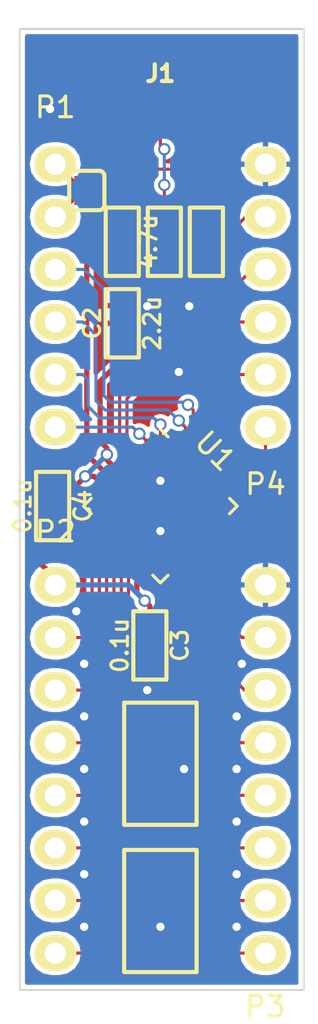
<source format=kicad_pcb>
(kicad_pcb (version 4) (host pcbnew 4.0.2+e4-6225~38~ubuntu16.04.1-stable)

  (general
    (links 63)
    (no_connects 1)
    (area 98.235999 93.419999 112.051501 139.928001)
    (thickness 1.6)
    (drawings 4)
    (tracks 320)
    (zones 0)
    (modules 15)
    (nets 33)
  )

  (page A4)
  (layers
    (0 F.Cu signal)
    (31 B.Cu signal)
    (32 B.Adhes user)
    (33 F.Adhes user)
    (34 B.Paste user)
    (35 F.Paste user)
    (36 B.SilkS user)
    (37 F.SilkS user)
    (38 B.Mask user)
    (39 F.Mask user)
    (40 Dwgs.User user)
    (41 Cmts.User user)
    (42 Eco1.User user hide)
    (43 Eco2.User user hide)
    (44 Edge.Cuts user)
    (45 Margin user)
    (46 B.CrtYd user)
    (47 F.CrtYd user)
    (48 B.Fab user)
    (49 F.Fab user)
  )

  (setup
    (last_trace_width 0.1524)
    (user_trace_width 0.1524)
    (user_trace_width 0.2032)
    (user_trace_width 0.254)
    (trace_clearance 0.2)
    (zone_clearance 0.2)
    (zone_45_only yes)
    (trace_min 0.1524)
    (segment_width 0.2)
    (edge_width 0.1)
    (via_size 0.6)
    (via_drill 0.4)
    (via_min_size 0.4)
    (via_min_drill 0.3)
    (uvia_size 0.3)
    (uvia_drill 0.1)
    (uvias_allowed no)
    (uvia_min_size 0.2)
    (uvia_min_drill 0.1)
    (pcb_text_width 0.3)
    (pcb_text_size 1.5 1.5)
    (mod_edge_width 0.15)
    (mod_text_size 1 1)
    (mod_text_width 0.15)
    (pad_size 1.725 1.725)
    (pad_drill 0)
    (pad_to_mask_clearance 0.2)
    (aux_axis_origin 100 100)
    (grid_origin 100 100)
    (visible_elements FFFFEF5F)
    (pcbplotparams
      (layerselection 0x00030_80000001)
      (usegerberextensions false)
      (excludeedgelayer true)
      (linewidth 0.100000)
      (plotframeref false)
      (viasonmask false)
      (mode 1)
      (useauxorigin false)
      (hpglpennumber 1)
      (hpglpenspeed 20)
      (hpglpendiameter 15)
      (hpglpenoverlay 2)
      (psnegative false)
      (psa4output false)
      (plotreference true)
      (plotvalue true)
      (plotinvisibletext false)
      (padsonsilk false)
      (subtractmaskfromsilk false)
      (outputformat 1)
      (mirror false)
      (drillshape 0)
      (scaleselection 1)
      (outputdirectory ""))
  )

  (net 0 "")
  (net 1 GND)
  (net 2 VREGIN)
  (net 3 +3V3)
  (net 4 VBUS)
  (net 5 "Net-(J1-Pad2)")
  (net 6 "Net-(J1-Pad3)")
  (net 7 PTA0)
  (net 8 PTA3)
  (net 9 PTA20)
  (net 10 PTE0)
  (net 11 PTE30)
  (net 12 PTA1)
  (net 13 PTA2)
  (net 14 PTA4)
  (net 15 PTA18)
  (net 16 PTA19)
  (net 17 PTB0)
  (net 18 PTB1)
  (net 19 PTC1)
  (net 20 PTC2)
  (net 21 PTC3)
  (net 22 PTC4)
  (net 23 PTC5)
  (net 24 PTC6)
  (net 25 PTC7)
  (net 26 PTD4)
  (net 27 PTD5)
  (net 28 PTD6)
  (net 29 PTD7)
  (net 30 "Net-(R1-Pad1)")
  (net 31 "Net-(R2-Pad1)")
  (net 32 "Net-(J1-Pad4)")

  (net_class Default "This is the default net class."
    (clearance 0.2)
    (trace_width 0.25)
    (via_dia 0.6)
    (via_drill 0.4)
    (uvia_dia 0.3)
    (uvia_drill 0.1)
    (add_net "Net-(J1-Pad4)")
  )

  (net_class 6mil ""
    (clearance 0.2)
    (trace_width 0.1524)
    (via_dia 0.6)
    (via_drill 0.4)
    (uvia_dia 0.3)
    (uvia_drill 0.1)
  )

  (net_class 8mil ""
    (clearance 0.2)
    (trace_width 0.2032)
    (via_dia 0.6)
    (via_drill 0.4)
    (uvia_dia 0.3)
    (uvia_drill 0.1)
  )

  (net_class Thin ""
    (clearance 0.2)
    (trace_width 0.2)
    (via_dia 0.6)
    (via_drill 0.4)
    (uvia_dia 0.3)
    (uvia_drill 0.1)
    (add_net +3V3)
    (add_net GND)
    (add_net "Net-(J1-Pad2)")
    (add_net "Net-(J1-Pad3)")
    (add_net "Net-(R1-Pad1)")
    (add_net "Net-(R2-Pad1)")
    (add_net PTA0)
    (add_net PTA1)
    (add_net PTA18)
    (add_net PTA19)
    (add_net PTA2)
    (add_net PTA20)
    (add_net PTA3)
    (add_net PTA4)
    (add_net PTB0)
    (add_net PTB1)
    (add_net PTC1)
    (add_net PTC2)
    (add_net PTC3)
    (add_net PTC4)
    (add_net PTC5)
    (add_net PTC6)
    (add_net PTC7)
    (add_net PTD4)
    (add_net PTD5)
    (add_net PTD6)
    (add_net PTD7)
    (add_net PTE0)
    (add_net PTE30)
    (add_net VBUS)
    (add_net VREGIN)
  )

  (module keyboard_parts:C_1608 (layer F.Cu) (tedit 0) (tstamp 5758CADA)
    (at 103.2385 107.6835 90)
    (descr "SMT, 1608, 0603")
    (tags "SMT, 1608, 0603")
    (path /57579185)
    (fp_text reference C2 (at 0 -1.45 90) (layer F.SilkS)
      (effects (font (size 0.8 0.8) (thickness 0.15)))
    )
    (fp_text value 2.2u (at 0 1.45 90) (layer F.SilkS)
      (effects (font (size 0.8 0.8) (thickness 0.15)))
    )
    (fp_line (start -1.65 -0.8) (end 1.65 -0.8) (layer F.SilkS) (width 0.2))
    (fp_line (start 1.65 -0.8) (end 1.65 0.8) (layer F.SilkS) (width 0.2))
    (fp_line (start 1.65 0.8) (end -1.65 0.8) (layer F.SilkS) (width 0.2))
    (fp_line (start -1.65 0.8) (end -1.65 -0.8) (layer F.SilkS) (width 0.2))
    (pad 2 smd rect (at 0.85 0 90) (size 1.1 1.1) (layers F.Cu F.Paste F.Mask)
      (net 1 GND) (clearance 0.1))
    (pad 1 smd rect (at -0.85 0 90) (size 1.1 1.1) (layers F.Cu F.Paste F.Mask)
      (net 3 +3V3) (clearance 0.1))
    (model smd/capacitors/c_0603.wrl
      (at (xyz 0 0 0))
      (scale (xyz 1 1 1))
      (rotate (xyz 0 0 0))
    )
  )

  (module keyboard_parts:SOLDER_JUMPER_2 (layer F.Cu) (tedit 57591D46) (tstamp 5758CB35)
    (at 101.524 101.27 270)
    (tags "solder jumper bridge configuration")
    (path /57579F73)
    (attr virtual)
    (fp_text reference SJ1 (at 0 -1.7 270) (layer F.SilkS) hide
      (effects (font (size 0.8 0.8) (thickness 0.15)))
    )
    (fp_text value SOLDER_JUMPER (at 0 1.65 270) (layer F.SilkS) hide
      (effects (font (size 0.8 0.8) (thickness 0.15)))
    )
    (fp_line (start 0.95 -0.6) (end 0.95 0.55) (layer F.SilkS) (width 0.2))
    (fp_line (start -0.7 -0.85) (end 0.7 -0.85) (layer F.SilkS) (width 0.2))
    (fp_line (start -0.95 0.6) (end -0.95 -0.6) (layer F.SilkS) (width 0.2))
    (fp_line (start -0.65 0.85) (end 0.65 0.85) (layer F.SilkS) (width 0.2))
    (fp_arc (start -0.7 0.6) (end -0.7 0.85) (angle 90) (layer F.SilkS) (width 0.2))
    (fp_arc (start -0.7 -0.6) (end -0.95 -0.6) (angle 90) (layer F.SilkS) (width 0.2))
    (fp_arc (start 0.7 -0.6) (end 0.7 -0.85) (angle 90) (layer F.SilkS) (width 0.2))
    (fp_arc (start 0.7 0.6) (end 0.95 0.6) (angle 90) (layer F.SilkS) (width 0.2))
    (pad 2 smd rect (at 0.4 0 270) (size 0.6 1.2) (layers F.Cu F.Mask)
      (net 2 VREGIN) (clearance 0.1))
    (pad 1 smd rect (at -0.4 0 270) (size 0.6 1.2) (layers F.Cu F.Mask)
      (net 4 VBUS) (clearance 0.1))
  )

  (module keyboard_parts:SW_ALPS_SKRP (layer F.Cu) (tedit 578106EE) (tstamp 5758CB3D)
    (at 105.08 136.068 270)
    (path /57581720)
    (fp_text reference SW1 (at 0 -2.3 270) (layer F.SilkS) hide
      (effects (font (size 0.6096 0.6096) (thickness 0.1524)))
    )
    (fp_text value SW_PUSH (at 0 2.425 270) (layer F.SilkS) hide
      (effects (font (size 0.8 0.8) (thickness 0.1524)))
    )
    (fp_line (start -2.95 -1.75) (end 2.95 -1.75) (layer F.SilkS) (width 0.2))
    (fp_line (start 2.95 -1.75) (end 2.95 1.75) (layer F.SilkS) (width 0.2))
    (fp_line (start 2.95 1.75) (end -2.95 1.75) (layer F.SilkS) (width 0.2))
    (fp_line (start -2.95 1.75) (end -2.95 -1.65) (layer F.SilkS) (width 0.2))
    (fp_line (start -2.95 -1.65) (end -2.95 -1.75) (layer F.SilkS) (width 0.2))
    (pad 2 smd rect (at 2.1 1.1 270) (size 1.1 0.7) (layers F.Cu F.Paste F.Mask)
      (net 1 GND))
    (pad 2 smd rect (at -2.1 1.1 270) (size 1.1 0.7) (layers F.Cu F.Paste F.Mask)
      (net 1 GND))
    (pad 1 smd rect (at -2.1 -1.1 270) (size 1.1 0.7) (layers F.Cu F.Paste F.Mask)
      (net 9 PTA20))
    (pad 1 smd rect (at 2.1 -1.1 270) (size 1.1 0.7) (layers F.Cu F.Paste F.Mask)
      (net 9 PTA20))
  )

  (module keyboard_parts:Pin_Header_Straight_1x06 (layer F.Cu) (tedit 57811575) (tstamp 5758CB23)
    (at 110.16 106.35 180)
    (descr "Through hole pin header")
    (tags "pin header")
    (path /578115F5)
    (fp_text reference P4 (at 0 -9.1 180) (layer F.SilkS)
      (effects (font (size 1 1) (thickness 0.15)))
    )
    (fp_text value CONN_01X06 (at 0 -10.6 180) (layer F.Fab) hide
      (effects (font (size 1 1) (thickness 0.15)))
    )
    (fp_line (start -1.75 -8.12) (end -1.75 8.12) (layer F.CrtYd) (width 0.05))
    (fp_line (start 1.75 -8.12) (end 1.75 8.12) (layer F.CrtYd) (width 0.05))
    (fp_line (start -1.75 -8.12) (end 1.75 -8.12) (layer F.CrtYd) (width 0.05))
    (fp_line (start -1.75 8.12) (end 1.75 8.12) (layer F.CrtYd) (width 0.05))
    (pad 1 thru_hole oval (at 0 -6.35 180) (size 2.032 1.7272) (drill 1.016) (layers *.Cu *.Mask F.SilkS)
      (net 22 PTC4))
    (pad 2 thru_hole oval (at 0 -3.81 180) (size 2.032 1.7272) (drill 1.016) (layers *.Cu *.Mask F.SilkS)
      (net 23 PTC5))
    (pad 3 thru_hole oval (at 0 -1.27 180) (size 2.032 1.7272) (drill 1.016) (layers *.Cu *.Mask F.SilkS)
      (net 24 PTC6))
    (pad 4 thru_hole oval (at 0 1.27 180) (size 2.032 1.7272) (drill 1.016) (layers *.Cu *.Mask F.SilkS)
      (net 25 PTC7))
    (pad 5 thru_hole oval (at 0 3.81 180) (size 2.032 1.7272) (drill 1.016) (layers *.Cu *.Mask F.SilkS)
      (net 26 PTD4))
    (pad 6 thru_hole oval (at 0 6.35 180) (size 2.032 1.7272) (drill 1.016) (layers *.Cu *.Mask F.SilkS)
      (net 1 GND))
    (model Pin_Headers.3dshapes/Pin_Header_Straight_1x08.wrl
      (at (xyz 0 -0.35 0))
      (scale (xyz 1 1 1))
      (rotate (xyz 0 0 90))
    )
  )

  (module keyboard_parts:C_1608 placed (layer F.Cu) (tedit 57811F22) (tstamp 5758CAD4)
    (at 103.2385 103.7465 270)
    (descr "SMT, 1608, 0603")
    (tags "SMT, 1608, 0603")
    (path /57579264)
    (fp_text reference C1 (at 0 -1.45 270) (layer F.SilkS) hide
      (effects (font (size 0.8 0.8) (thickness 0.15)))
    )
    (fp_text value 4.7u (at 0 -1.27 270) (layer F.SilkS)
      (effects (font (size 0.8 0.8) (thickness 0.15)))
    )
    (fp_line (start -1.65 -0.8) (end 1.65 -0.8) (layer F.SilkS) (width 0.2))
    (fp_line (start 1.65 -0.8) (end 1.65 0.8) (layer F.SilkS) (width 0.2))
    (fp_line (start 1.65 0.8) (end -1.65 0.8) (layer F.SilkS) (width 0.2))
    (fp_line (start -1.65 0.8) (end -1.65 -0.8) (layer F.SilkS) (width 0.2))
    (pad 2 smd rect (at 0.85 0 270) (size 1.1 1.1) (layers F.Cu F.Paste F.Mask)
      (net 1 GND) (clearance 0.1))
    (pad 1 smd rect (at -0.85 0 270) (size 1.1 1.1) (layers F.Cu F.Paste F.Mask)
      (net 2 VREGIN) (clearance 0.1))
    (model smd/capacitors/c_0603.wrl
      (at (xyz 0 0 0))
      (scale (xyz 1 1 1))
      (rotate (xyz 0 0 0))
    )
  )

  (module keyboard_parts:C_1608 (layer F.Cu) (tedit 0) (tstamp 5758CAE0)
    (at 104.572 123.241 270)
    (descr "SMT, 1608, 0603")
    (tags "SMT, 1608, 0603")
    (path /575792EA)
    (fp_text reference C3 (at 0 -1.45 270) (layer F.SilkS)
      (effects (font (size 0.8 0.8) (thickness 0.15)))
    )
    (fp_text value 0.1u (at 0 1.45 270) (layer F.SilkS)
      (effects (font (size 0.8 0.8) (thickness 0.15)))
    )
    (fp_line (start -1.65 -0.8) (end 1.65 -0.8) (layer F.SilkS) (width 0.2))
    (fp_line (start 1.65 -0.8) (end 1.65 0.8) (layer F.SilkS) (width 0.2))
    (fp_line (start 1.65 0.8) (end -1.65 0.8) (layer F.SilkS) (width 0.2))
    (fp_line (start -1.65 0.8) (end -1.65 -0.8) (layer F.SilkS) (width 0.2))
    (pad 2 smd rect (at 0.85 0 270) (size 1.1 1.1) (layers F.Cu F.Paste F.Mask)
      (net 1 GND) (clearance 0.1))
    (pad 1 smd rect (at -0.85 0 270) (size 1.1 1.1) (layers F.Cu F.Paste F.Mask)
      (net 3 +3V3) (clearance 0.1))
    (model smd/capacitors/c_0603.wrl
      (at (xyz 0 0 0))
      (scale (xyz 1 1 1))
      (rotate (xyz 0 0 0))
    )
  )

  (module keyboard_parts:C_1608 (layer F.Cu) (tedit 0) (tstamp 5758CAE6)
    (at 99.873 116.51 270)
    (descr "SMT, 1608, 0603")
    (tags "SMT, 1608, 0603")
    (path /575792B7)
    (fp_text reference C4 (at 0 -1.45 270) (layer F.SilkS)
      (effects (font (size 0.8 0.8) (thickness 0.15)))
    )
    (fp_text value 0.1u (at 0 1.45 270) (layer F.SilkS)
      (effects (font (size 0.8 0.8) (thickness 0.15)))
    )
    (fp_line (start -1.65 -0.8) (end 1.65 -0.8) (layer F.SilkS) (width 0.2))
    (fp_line (start 1.65 -0.8) (end 1.65 0.8) (layer F.SilkS) (width 0.2))
    (fp_line (start 1.65 0.8) (end -1.65 0.8) (layer F.SilkS) (width 0.2))
    (fp_line (start -1.65 0.8) (end -1.65 -0.8) (layer F.SilkS) (width 0.2))
    (pad 2 smd rect (at 0.85 0 270) (size 1.1 1.1) (layers F.Cu F.Paste F.Mask)
      (net 1 GND) (clearance 0.1))
    (pad 1 smd rect (at -0.85 0 270) (size 1.1 1.1) (layers F.Cu F.Paste F.Mask)
      (net 3 +3V3) (clearance 0.1))
    (model smd/capacitors/c_0603.wrl
      (at (xyz 0 0 0))
      (scale (xyz 1 1 1))
      (rotate (xyz 0 0 0))
    )
  )

  (module keyboard_parts:R_1608 (layer F.Cu) (tedit 57591D59) (tstamp 5758CB29)
    (at 107.3025 103.7465 90)
    (descr "SMT, 1608, 0603")
    (tags "SMT, 1608, 0603")
    (path /57578FBF)
    (fp_text reference R1 (at 0.025 -1.575 90) (layer F.SilkS) hide
      (effects (font (size 0.8 0.8) (thickness 0.15)))
    )
    (fp_text value 33 (at 2.8 -0.025 90) (layer F.SilkS) hide
      (effects (font (size 0.8 0.8) (thickness 0.15)))
    )
    (fp_line (start -1.65 -0.8) (end 1.65 -0.8) (layer F.SilkS) (width 0.2))
    (fp_line (start 1.65 -0.8) (end 1.65 0.8) (layer F.SilkS) (width 0.2))
    (fp_line (start 1.65 0.8) (end -1.65 0.8) (layer F.SilkS) (width 0.2))
    (fp_line (start -1.65 0.8) (end -1.65 -0.8) (layer F.SilkS) (width 0.2))
    (pad 2 smd rect (at 0.85 0 90) (size 1.1 1.1) (layers F.Cu F.Paste F.Mask)
      (net 5 "Net-(J1-Pad2)") (clearance 0.1))
    (pad 1 smd rect (at -0.85 0 90) (size 1.1 1.1) (layers F.Cu F.Paste F.Mask)
      (net 30 "Net-(R1-Pad1)") (clearance 0.1))
    (model smd/capacitors/c_0603.wrl
      (at (xyz 0 0 0))
      (scale (xyz 1 1 1))
      (rotate (xyz 0 0 0))
    )
  )

  (module keyboard_parts:R_1608 (layer F.Cu) (tedit 57591D56) (tstamp 5758CB2F)
    (at 105.2705 103.7465 90)
    (descr "SMT, 1608, 0603")
    (tags "SMT, 1608, 0603")
    (path /57579008)
    (fp_text reference R2 (at 0.025 -1.575 90) (layer F.SilkS) hide
      (effects (font (size 0.8 0.8) (thickness 0.15)))
    )
    (fp_text value 33 (at 2.8 -0.025 90) (layer F.SilkS) hide
      (effects (font (size 0.8 0.8) (thickness 0.15)))
    )
    (fp_line (start -1.65 -0.8) (end 1.65 -0.8) (layer F.SilkS) (width 0.2))
    (fp_line (start 1.65 -0.8) (end 1.65 0.8) (layer F.SilkS) (width 0.2))
    (fp_line (start 1.65 0.8) (end -1.65 0.8) (layer F.SilkS) (width 0.2))
    (fp_line (start -1.65 0.8) (end -1.65 -0.8) (layer F.SilkS) (width 0.2))
    (pad 2 smd rect (at 0.85 0 90) (size 1.1 1.1) (layers F.Cu F.Paste F.Mask)
      (net 6 "Net-(J1-Pad3)") (clearance 0.1))
    (pad 1 smd rect (at -0.85 0 90) (size 1.1 1.1) (layers F.Cu F.Paste F.Mask)
      (net 31 "Net-(R2-Pad1)") (clearance 0.1))
    (model smd/capacitors/c_0603.wrl
      (at (xyz 0 0 0))
      (scale (xyz 1 1 1))
      (rotate (xyz 0 0 0))
    )
  )

  (module keyboard_parts:SW_ALPS_SKRP (layer F.Cu) (tedit 578106EA) (tstamp 5758CB45)
    (at 105.08 128.956 90)
    (path /57581A41)
    (fp_text reference SW2 (at 0 -2.3 90) (layer F.SilkS) hide
      (effects (font (size 0.6096 0.6096) (thickness 0.1524)))
    )
    (fp_text value SW_PUSH (at 0 2.425 90) (layer F.SilkS) hide
      (effects (font (size 0.8 0.8) (thickness 0.1524)))
    )
    (fp_line (start -2.95 -1.75) (end 2.95 -1.75) (layer F.SilkS) (width 0.2))
    (fp_line (start 2.95 -1.75) (end 2.95 1.75) (layer F.SilkS) (width 0.2))
    (fp_line (start 2.95 1.75) (end -2.95 1.75) (layer F.SilkS) (width 0.2))
    (fp_line (start -2.95 1.75) (end -2.95 -1.65) (layer F.SilkS) (width 0.2))
    (fp_line (start -2.95 -1.65) (end -2.95 -1.75) (layer F.SilkS) (width 0.2))
    (pad 2 smd rect (at 2.1 1.1 90) (size 1.1 0.7) (layers F.Cu F.Paste F.Mask)
      (net 1 GND))
    (pad 2 smd rect (at -2.1 1.1 90) (size 1.1 0.7) (layers F.Cu F.Paste F.Mask)
      (net 1 GND))
    (pad 1 smd rect (at -2.1 -1.1 90) (size 1.1 0.7) (layers F.Cu F.Paste F.Mask)
      (net 14 PTA4))
    (pad 1 smd rect (at 2.1 -1.1 90) (size 1.1 0.7) (layers F.Cu F.Paste F.Mask)
      (net 14 PTA4))
  )

  (module keyboard_parts:Pin_Header_Straight_1x08 (layer F.Cu) (tedit 57810EF7) (tstamp 5758CB0B)
    (at 100 129.21)
    (descr "Through hole pin header")
    (tags "pin header")
    (path /5757D0A4)
    (fp_text reference P2 (at 0.01 -11.47) (layer F.SilkS)
      (effects (font (size 1 1) (thickness 0.15)))
    )
    (fp_text value CONN_01X08 (at -0.01 -13.14) (layer F.Fab) hide
      (effects (font (size 1 1) (thickness 0.15)))
    )
    (fp_line (start -1.75 -10.64) (end -1.75 10.66) (layer F.CrtYd) (width 0.05))
    (fp_line (start 1.75 -10.64) (end 1.75 10.66) (layer F.CrtYd) (width 0.05))
    (fp_line (start -1.75 -10.64) (end 1.75 -10.64) (layer F.CrtYd) (width 0.05))
    (fp_line (start -1.75 10.66) (end 1.75 10.66) (layer F.CrtYd) (width 0.05))
    (pad 1 thru_hole oval (at 0 -8.89) (size 2.032 1.7272) (drill 1.016) (layers *.Cu *.Mask F.SilkS)
      (net 3 +3V3))
    (pad 2 thru_hole oval (at 0 -6.35) (size 2.032 1.7272) (drill 1.016) (layers *.Cu *.Mask F.SilkS)
      (net 11 PTE30))
    (pad 3 thru_hole oval (at 0 -3.81) (size 2.032 1.7272) (drill 1.016) (layers *.Cu *.Mask F.SilkS)
      (net 7 PTA0))
    (pad 4 thru_hole oval (at 0 -1.27) (size 2.032 1.7272) (drill 1.016) (layers *.Cu *.Mask F.SilkS)
      (net 12 PTA1))
    (pad 5 thru_hole oval (at 0 1.27) (size 2.032 1.7272) (drill 1.016) (layers *.Cu *.Mask F.SilkS)
      (net 13 PTA2))
    (pad 6 thru_hole oval (at 0 3.81) (size 2.032 1.7272) (drill 1.016) (layers *.Cu *.Mask F.SilkS)
      (net 8 PTA3))
    (pad 7 thru_hole oval (at 0 6.35) (size 2.032 1.7272) (drill 1.016) (layers *.Cu *.Mask F.SilkS)
      (net 14 PTA4))
    (pad 8 thru_hole oval (at 0 8.89) (size 2.032 1.7272) (drill 1.016) (layers *.Cu *.Mask F.SilkS)
      (net 15 PTA18))
    (model Pin_Headers.3dshapes/Pin_Header_Straight_1x08.wrl
      (at (xyz 0 -0.35 0))
      (scale (xyz 1 1 1))
      (rotate (xyz 0 0 90))
    )
  )

  (module keyboard_parts:Pin_Header_Straight_1x08 (layer F.Cu) (tedit 5759140C) (tstamp 5758CB17)
    (at 110.16 129.21 180)
    (descr "Through hole pin header")
    (tags "pin header")
    (path /5757D031)
    (fp_text reference P3 (at 0.01 -11.47 180) (layer F.SilkS)
      (effects (font (size 1 1) (thickness 0.15)))
    )
    (fp_text value CONN_01X08 (at -0.01 -13.14 180) (layer F.Fab) hide
      (effects (font (size 1 1) (thickness 0.15)))
    )
    (fp_line (start -1.75 -10.64) (end -1.75 10.66) (layer F.CrtYd) (width 0.05))
    (fp_line (start 1.75 -10.64) (end 1.75 10.66) (layer F.CrtYd) (width 0.05))
    (fp_line (start -1.75 -10.64) (end 1.75 -10.64) (layer F.CrtYd) (width 0.05))
    (fp_line (start -1.75 10.66) (end 1.75 10.66) (layer F.CrtYd) (width 0.05))
    (pad 1 thru_hole oval (at 0 -8.89 180) (size 2.032 1.7272) (drill 1.016) (layers *.Cu *.Mask F.SilkS)
      (net 16 PTA19))
    (pad 2 thru_hole oval (at 0 -6.35 180) (size 2.032 1.7272) (drill 1.016) (layers *.Cu *.Mask F.SilkS)
      (net 9 PTA20))
    (pad 3 thru_hole oval (at 0 -3.81 180) (size 2.032 1.7272) (drill 1.016) (layers *.Cu *.Mask F.SilkS)
      (net 17 PTB0))
    (pad 4 thru_hole oval (at 0 -1.27 180) (size 2.032 1.7272) (drill 1.016) (layers *.Cu *.Mask F.SilkS)
      (net 18 PTB1))
    (pad 5 thru_hole oval (at 0 1.27 180) (size 2.032 1.7272) (drill 1.016) (layers *.Cu *.Mask F.SilkS)
      (net 19 PTC1))
    (pad 6 thru_hole oval (at 0 3.81 180) (size 2.032 1.7272) (drill 1.016) (layers *.Cu *.Mask F.SilkS)
      (net 20 PTC2))
    (pad 7 thru_hole oval (at 0 6.35 180) (size 2.032 1.7272) (drill 1.016) (layers *.Cu *.Mask F.SilkS)
      (net 21 PTC3))
    (pad 8 thru_hole oval (at 0 8.89 180) (size 2.032 1.7272) (drill 1.016) (layers *.Cu *.Mask F.SilkS)
      (net 1 GND))
    (model Pin_Headers.3dshapes/Pin_Header_Straight_1x08.wrl
      (at (xyz 0 -0.35 0))
      (scale (xyz 1 1 1))
      (rotate (xyz 0 0 90))
    )
  )

  (module keyboard_parts:USB_microB (layer F.Cu) (tedit 578190F6) (tstamp 5758CAF3)
    (at 105.08 94.92 180)
    (descr "USB microB hirose ZX62R-B-5P")
    (tags "USB micorB hirose")
    (path /57578EE3)
    (fp_text reference J1 (at 0 -0.6985 180) (layer F.SilkS)
      (effects (font (size 0.8128 0.8128) (thickness 0.2032)))
    )
    (fp_text value USB_mini_micro_B (at 0 0.22606 180) (layer F.SilkS) hide
      (effects (font (size 0.6 0.6) (thickness 0.15)))
    )
    (fp_text user "PCB edge" (at -0.05 1.45 180) (layer F.SilkS) hide
      (effects (font (size 0.5 0.5) (thickness 0.125)))
    )
    (fp_line (start 3.75 2.15) (end 4.25 2.75) (layer Dwgs.User) (width 0.2))
    (fp_line (start -3.75 2.15) (end -4.25 2.675) (layer Dwgs.User) (width 0.2))
    (fp_line (start -3 1.45) (end 3 1.45) (layer Dwgs.User) (width 0.2))
    (fp_line (start -3.75 2.15) (end -3.75 1.35) (layer Dwgs.User) (width 0.2))
    (fp_line (start -3.75 2.15) (end 3.75 2.15) (layer Dwgs.User) (width 0.2))
    (fp_line (start 3.75 2.15) (end 3.75 1.35) (layer Dwgs.User) (width 0.2))
    (pad 6 smd rect (at 0.85 0 180) (size 1.2 1.9) (layers F.Cu F.Paste F.Mask))
    (pad 1 smd rect (at 1.29794 -2.67462) (size 0.4 1.35) (layers F.Cu F.Paste F.Mask)
      (net 4 VBUS) (clearance 0.1))
    (pad 6 smd rect (at -3.0988 -2.3495 180) (size 2.1 2) (layers F.Cu F.Paste F.Mask)
      (net 1 GND))
    (pad 6 smd rect (at 3.0988 -2.3495 180) (size 2.1 2) (layers F.Cu F.Paste F.Mask)
      (net 1 GND))
    (pad 6 smd rect (at -4.09956 0 180) (size 1.6 1.9) (layers F.Cu F.Paste F.Mask)
      (net 1 GND))
    (pad 6 smd rect (at 4.09956 0 180) (size 1.6 1.9) (layers F.Cu F.Paste F.Mask)
      (net 1 GND))
    (pad 2 smd rect (at 0.65024 -2.67462) (size 0.4 1.35) (layers F.Cu F.Paste F.Mask)
      (net 5 "Net-(J1-Pad2)") (clearance 0.1))
    (pad 3 smd rect (at 0 -2.67462) (size 0.4 1.35) (layers F.Cu F.Paste F.Mask)
      (net 6 "Net-(J1-Pad3)") (clearance 0.1))
    (pad 4 smd rect (at -0.65024 -2.67462) (size 0.4 1.35) (layers F.Cu F.Paste F.Mask)
      (net 32 "Net-(J1-Pad4)") (clearance 0.1))
    (pad 5 smd rect (at -1.30048 -2.67462) (size 0.4 1.35) (layers F.Cu F.Paste F.Mask)
      (net 1 GND) (clearance 0.1))
    (pad 6 smd rect (at -0.85 0 180) (size 1.2 1.9) (layers F.Cu F.Paste F.Mask))
  )

  (module keyboard_parts:Pin_Header_Straight_1x06 (layer F.Cu) (tedit 57811575) (tstamp 5758CAFF)
    (at 100 106.35)
    (descr "Through hole pin header")
    (tags "pin header")
    (path /578116BA)
    (fp_text reference P1 (at 0 -9.1) (layer F.SilkS)
      (effects (font (size 1 1) (thickness 0.15)))
    )
    (fp_text value CONN_01X06 (at 0 -10.6) (layer F.Fab) hide
      (effects (font (size 1 1) (thickness 0.15)))
    )
    (fp_line (start -1.75 -8.12) (end -1.75 8.12) (layer F.CrtYd) (width 0.05))
    (fp_line (start 1.75 -8.12) (end 1.75 8.12) (layer F.CrtYd) (width 0.05))
    (fp_line (start -1.75 -8.12) (end 1.75 -8.12) (layer F.CrtYd) (width 0.05))
    (fp_line (start -1.75 8.12) (end 1.75 8.12) (layer F.CrtYd) (width 0.05))
    (pad 1 thru_hole oval (at 0 -6.35) (size 2.032 1.7272) (drill 1.016) (layers *.Cu *.Mask F.SilkS)
      (net 4 VBUS))
    (pad 2 thru_hole oval (at 0 -3.81) (size 2.032 1.7272) (drill 1.016) (layers *.Cu *.Mask F.SilkS)
      (net 2 VREGIN))
    (pad 3 thru_hole oval (at 0 -1.27) (size 2.032 1.7272) (drill 1.016) (layers *.Cu *.Mask F.SilkS)
      (net 27 PTD5))
    (pad 4 thru_hole oval (at 0 1.27) (size 2.032 1.7272) (drill 1.016) (layers *.Cu *.Mask F.SilkS)
      (net 28 PTD6))
    (pad 5 thru_hole oval (at 0 3.81) (size 2.032 1.7272) (drill 1.016) (layers *.Cu *.Mask F.SilkS)
      (net 29 PTD7))
    (pad 6 thru_hole oval (at 0 6.35) (size 2.032 1.7272) (drill 1.016) (layers *.Cu *.Mask F.SilkS)
      (net 10 PTE0))
    (model Pin_Headers.3dshapes/Pin_Header_Straight_1x08.wrl
      (at (xyz 0 -0.35 0))
      (scale (xyz 1 1 1))
      (rotate (xyz 0 0 90))
    )
  )

  (module Housings_DFN_QFN:QFN-32-1EP_5x5mm_Pitch0.5mm (layer F.Cu) (tedit 57820DE5) (tstamp 5758CB6D)
    (at 105.08 116.51 315)
    (descr "UH Package; 32-Lead Plastic QFN (5mm x 5mm); (see Linear Technology QFN_32_05-08-1693.pdf)")
    (tags "QFN 0.5")
    (path /57578DE2)
    (attr smd)
    (fp_text reference U1 (at 0 -3.75 315) (layer F.SilkS)
      (effects (font (size 1 1) (thickness 0.15)))
    )
    (fp_text value MKL27Z256VFM4 (at 0 3.75 315) (layer F.Fab)
      (effects (font (size 1 1) (thickness 0.15)))
    )
    (fp_line (start -3 -3) (end -3 3) (layer F.CrtYd) (width 0.05))
    (fp_line (start 3 -3) (end 3 3) (layer F.CrtYd) (width 0.05))
    (fp_line (start -3 -3) (end 3 -3) (layer F.CrtYd) (width 0.05))
    (fp_line (start -3 3) (end 3 3) (layer F.CrtYd) (width 0.05))
    (fp_line (start 2.625 -2.625) (end 2.625 -2.1) (layer F.SilkS) (width 0.15))
    (fp_line (start -2.625 2.625) (end -2.625 2.1) (layer F.SilkS) (width 0.15))
    (fp_line (start 2.625 2.625) (end 2.625 2.1) (layer F.SilkS) (width 0.15))
    (fp_line (start -2.625 -2.625) (end -2.1 -2.625) (layer F.SilkS) (width 0.15))
    (fp_line (start -2.625 2.625) (end -2.1 2.625) (layer F.SilkS) (width 0.15))
    (fp_line (start 2.625 2.625) (end 2.1 2.625) (layer F.SilkS) (width 0.15))
    (fp_line (start 2.625 -2.625) (end 2.1 -2.625) (layer F.SilkS) (width 0.15))
    (pad 1 smd rect (at -2.4 -1.75 315) (size 0.7 0.25) (layers F.Cu F.Paste F.Mask)
      (net 10 PTE0))
    (pad 2 smd rect (at -2.4 -1.25 315) (size 0.7 0.25) (layers F.Cu F.Paste F.Mask)
      (net 1 GND))
    (pad 3 smd rect (at -2.4 -0.75 315) (size 0.7 0.25) (layers F.Cu F.Paste F.Mask)
      (net 30 "Net-(R1-Pad1)"))
    (pad 4 smd rect (at -2.4 -0.25 315) (size 0.7 0.25) (layers F.Cu F.Paste F.Mask)
      (net 31 "Net-(R2-Pad1)"))
    (pad 5 smd rect (at -2.4 0.25 315) (size 0.7 0.25) (layers F.Cu F.Paste F.Mask)
      (net 3 +3V3))
    (pad 6 smd rect (at -2.4 0.75 315) (size 0.7 0.25) (layers F.Cu F.Paste F.Mask)
      (net 2 VREGIN))
    (pad 7 smd rect (at -2.4 1.25 315) (size 0.7 0.25) (layers F.Cu F.Paste F.Mask)
      (net 3 +3V3))
    (pad 8 smd rect (at -2.4 1.75 315) (size 0.7 0.25) (layers F.Cu F.Paste F.Mask)
      (net 1 GND))
    (pad 9 smd rect (at -1.75 2.4 45) (size 0.7 0.25) (layers F.Cu F.Paste F.Mask)
      (net 11 PTE30))
    (pad 10 smd rect (at -1.25 2.4 45) (size 0.7 0.25) (layers F.Cu F.Paste F.Mask)
      (net 7 PTA0))
    (pad 11 smd rect (at -0.75 2.4 45) (size 0.7 0.25) (layers F.Cu F.Paste F.Mask)
      (net 12 PTA1))
    (pad 12 smd rect (at -0.25 2.4 45) (size 0.7 0.25) (layers F.Cu F.Paste F.Mask)
      (net 13 PTA2))
    (pad 13 smd rect (at 0.25 2.4 45) (size 0.7 0.25) (layers F.Cu F.Paste F.Mask)
      (net 8 PTA3))
    (pad 14 smd rect (at 0.75 2.4 45) (size 0.7 0.25) (layers F.Cu F.Paste F.Mask)
      (net 14 PTA4))
    (pad 15 smd rect (at 1.25 2.4 45) (size 0.7 0.25) (layers F.Cu F.Paste F.Mask)
      (net 3 +3V3))
    (pad 16 smd rect (at 1.75 2.4 45) (size 0.7 0.25) (layers F.Cu F.Paste F.Mask)
      (net 1 GND))
    (pad 17 smd rect (at 2.4 1.75 315) (size 0.7 0.25) (layers F.Cu F.Paste F.Mask)
      (net 15 PTA18))
    (pad 18 smd rect (at 2.4 1.25 315) (size 0.7 0.25) (layers F.Cu F.Paste F.Mask)
      (net 16 PTA19))
    (pad 19 smd rect (at 2.4 0.75 315) (size 0.7 0.25) (layers F.Cu F.Paste F.Mask)
      (net 9 PTA20))
    (pad 20 smd rect (at 2.4 0.25 315) (size 0.7 0.25) (layers F.Cu F.Paste F.Mask)
      (net 17 PTB0))
    (pad 21 smd rect (at 2.4 -0.25 315) (size 0.7 0.25) (layers F.Cu F.Paste F.Mask)
      (net 18 PTB1))
    (pad 22 smd rect (at 2.4 -0.75 315) (size 0.7 0.25) (layers F.Cu F.Paste F.Mask)
      (net 19 PTC1))
    (pad 23 smd rect (at 2.4 -1.25 315) (size 0.7 0.25) (layers F.Cu F.Paste F.Mask)
      (net 20 PTC2))
    (pad 24 smd rect (at 2.4 -1.75 315) (size 0.7 0.25) (layers F.Cu F.Paste F.Mask)
      (net 21 PTC3))
    (pad 25 smd rect (at 1.75 -2.4 45) (size 0.7 0.25) (layers F.Cu F.Paste F.Mask)
      (net 22 PTC4))
    (pad 26 smd rect (at 1.25 -2.4 45) (size 0.7 0.25) (layers F.Cu F.Paste F.Mask)
      (net 23 PTC5))
    (pad 27 smd rect (at 0.75 -2.4 45) (size 0.7 0.25) (layers F.Cu F.Paste F.Mask)
      (net 24 PTC6))
    (pad 28 smd rect (at 0.25 -2.4 45) (size 0.7 0.25) (layers F.Cu F.Paste F.Mask)
      (net 25 PTC7))
    (pad 29 smd rect (at -0.25 -2.4 45) (size 0.7 0.25) (layers F.Cu F.Paste F.Mask)
      (net 26 PTD4))
    (pad 30 smd rect (at -0.75 -2.4 45) (size 0.7 0.25) (layers F.Cu F.Paste F.Mask)
      (net 27 PTD5))
    (pad 31 smd rect (at -1.25 -2.4 45) (size 0.7 0.25) (layers F.Cu F.Paste F.Mask)
      (net 28 PTD6))
    (pad 32 smd rect (at -1.75 -2.4 45) (size 0.7 0.25) (layers F.Cu F.Paste F.Mask)
      (net 29 PTD7))
    (pad 33 smd rect (at 0.8625 0.8625 315) (size 1.725 1.725) (layers F.Cu F.Paste F.Mask)
      (net 1 GND) (solder_paste_margin_ratio -0.2))
    (pad 33 smd rect (at 0.8625 -0.8625 315) (size 1.725 1.725) (layers F.Cu F.Paste F.Mask)
      (net 1 GND) (solder_paste_margin_ratio -0.2))
    (pad 33 smd rect (at -0.8625 0.8625 315) (size 1.725 1.725) (layers F.Cu F.Paste F.Mask)
      (net 1 GND) (solder_paste_margin_ratio -0.2))
    (pad 33 smd rect (at -0.8625 -0.8625 315) (size 1.725 1.725) (layers F.Cu F.Paste F.Mask)
      (net 1 GND) (solder_paste_margin_ratio -0.2))
    (model Housings_DFN_QFN.3dshapes/QFN-32-1EP_5x5mm_Pitch0.5mm.wrl
      (at (xyz 0 0 0))
      (scale (xyz 1 1 1))
      (rotate (xyz 0 0 0))
    )
  )

  (gr_line (start 98.286 139.878) (end 98.285 93.47) (angle 90) (layer Edge.Cuts) (width 0.1))
  (gr_line (start 112.0015 139.878) (end 112.0015 93.47) (angle 90) (layer Edge.Cuts) (width 0.1))
  (gr_line (start 98.286 139.878) (end 112.0015 139.878) (angle 90) (layer Edge.Cuts) (width 0.1))
  (gr_line (start 98.286 93.47) (end 112.0015 93.47) (angle 90) (layer Edge.Cuts) (width 0.1))

  (segment (start 106.477 106.858) (end 106.477 109.525) (width 0.1524) (layer F.Cu) (net 1))
  (via (at 106.477 106.858) (size 0.6) (drill 0.4) (layers F.Cu B.Cu) (net 1))
  (segment (start 103.2385 106.8335) (end 104.4205 106.8335) (width 0.254) (layer F.Cu) (net 1) (status 400000))
  (via (at 104.445 106.858) (size 0.6) (drill 0.4) (layers F.Cu B.Cu) (net 1))
  (segment (start 104.4205 106.8335) (end 104.445 106.858) (width 0.254) (layer F.Cu) (net 1) (tstamp 57820EC1))
  (segment (start 106.477 106.858) (end 104.445 106.858) (width 0.1524) (layer B.Cu) (net 1))
  (via (at 105.969 110.033) (size 0.6) (drill 0.4) (layers F.Cu B.Cu) (net 1))
  (segment (start 106.477 109.525) (end 105.969 110.033) (width 0.1524) (layer F.Cu) (net 1) (tstamp 57820F24))
  (via (at 105.08 117.7165) (size 0.6) (drill 0.4) (layers F.Cu B.Cu) (net 1) (status 800000))
  (segment (start 105.08 117.7165) (end 105.08 117.729759) (width 0.1524) (layer F.Cu) (net 1) (tstamp 57820E91) (status C00000))
  (via (at 105.08 115.290241) (size 0.6) (drill 0.4) (layers F.Cu B.Cu) (net 1) (status C00000))
  (segment (start 105.08 114.742233) (end 105.08 115.290241) (width 0.1524) (layer F.Cu) (net 1))
  (segment (start 105.08 115.290241) (end 105.08 115.3035) (width 0.1524) (layer B.Cu) (net 1) (tstamp 57820E8B) (status 400000))
  (segment (start 105.08 114.742233) (end 104.266827 113.92906) (width 0.1524) (layer F.Cu) (net 1) (tstamp 57820E36))
  (segment (start 105.08 117.729759) (end 105.08 118.984874) (width 0.1524) (layer F.Cu) (net 1))
  (segment (start 105.08 118.984874) (end 104.620381 119.444493) (width 0.1524) (layer F.Cu) (net 1) (tstamp 57820E31))
  (segment (start 101.9812 97.2695) (end 99.8095 97.2695) (width 0.1524) (layer F.Cu) (net 1))
  (via (at 99.746 97.333) (size 0.6) (drill 0.4) (layers F.Cu B.Cu) (net 1))
  (segment (start 99.8095 97.2695) (end 99.746 97.333) (width 0.1524) (layer F.Cu) (net 1) (tstamp 5781F69D))
  (segment (start 103.98 138.168) (end 103.98 137.168) (width 0.1524) (layer F.Cu) (net 1))
  (via (at 105.08 136.83) (size 0.6) (drill 0.4) (layers F.Cu B.Cu) (net 1))
  (segment (start 104.318 136.83) (end 105.08 136.83) (width 0.1524) (layer F.Cu) (net 1) (tstamp 5781F683))
  (segment (start 103.98 137.168) (end 104.318 136.83) (width 0.1524) (layer F.Cu) (net 1) (tstamp 5781F680))
  (segment (start 110.16 120.32) (end 108.636 120.32) (width 0.1524) (layer B.Cu) (net 1))
  (segment (start 108.636 120.32) (end 107.874 121.082) (width 0.1524) (layer B.Cu) (net 1) (tstamp 5781F649))
  (segment (start 107.874 121.082) (end 107.874 122.987) (width 0.1524) (layer B.Cu) (net 1) (tstamp 5781F651))
  (segment (start 107.874 122.987) (end 109.017 124.13) (width 0.1524) (layer B.Cu) (net 1) (tstamp 5781F656))
  (via (at 108.763 126.67) (size 0.6) (drill 0.4) (layers F.Cu B.Cu) (net 1))
  (segment (start 107.874 125.273) (end 109.017 124.13) (width 0.1524) (layer B.Cu) (net 1) (tstamp 5781F345))
  (segment (start 108.763 126.67) (end 107.874 125.781) (width 0.1524) (layer B.Cu) (net 1))
  (segment (start 107.874 125.781) (end 107.874 125.273) (width 0.1524) (layer B.Cu) (net 1) (tstamp 5781F33E))
  (via (at 109.017 124.13) (size 0.6) (drill 0.4) (layers F.Cu B.Cu) (net 1))
  (segment (start 102.159 123.368) (end 102.159 122.733) (width 0.1524) (layer B.Cu) (net 1) (tstamp 5781D902))
  (segment (start 101.016 121.59) (end 102.159 122.733) (width 0.1524) (layer B.Cu) (net 1) (tstamp 5781D907))
  (via (at 101.016 121.59) (size 0.6) (drill 0.4) (layers F.Cu B.Cu) (net 1))
  (segment (start 101.397 126.67) (end 102.159 125.908) (width 0.1524) (layer B.Cu) (net 1))
  (segment (start 102.159 128.448) (end 102.159 127.432) (width 0.1524) (layer B.Cu) (net 1) (tstamp 5781D8E1))
  (segment (start 102.159 127.432) (end 101.397 126.67) (width 0.1524) (layer B.Cu) (net 1) (tstamp 5781D8E4))
  (via (at 101.397 126.67) (size 0.6) (drill 0.4) (layers F.Cu B.Cu) (net 1))
  (segment (start 101.397 131.75) (end 102.159 130.988) (width 0.1524) (layer B.Cu) (net 1))
  (segment (start 101.651 134.29) (end 102.159 133.782) (width 0.1524) (layer B.Cu) (net 1) (tstamp 5781D8B7))
  (segment (start 102.159 133.782) (end 102.159 132.512) (width 0.1524) (layer B.Cu) (net 1) (tstamp 5781D8BA))
  (segment (start 102.159 132.512) (end 101.397 131.75) (width 0.1524) (layer B.Cu) (net 1) (tstamp 5781D8BC))
  (via (at 101.397 131.75) (size 0.6) (drill 0.4) (layers F.Cu B.Cu) (net 1))
  (segment (start 101.397 136.83) (end 102.159 136.068) (width 0.1524) (layer B.Cu) (net 1))
  (via (at 101.397 136.83) (size 0.6) (drill 0.4) (layers F.Cu B.Cu) (net 1))
  (segment (start 108.763 134.29) (end 107.874 135.179) (width 0.1524) (layer B.Cu) (net 1))
  (segment (start 107.874 132.639) (end 107.874 133.401) (width 0.1524) (layer B.Cu) (net 1) (tstamp 57818D20))
  (segment (start 107.874 133.401) (end 108.763 134.29) (width 0.1524) (layer B.Cu) (net 1) (tstamp 57818D22))
  (via (at 108.763 134.29) (size 0.6) (drill 0.4) (layers F.Cu B.Cu) (net 1))
  (segment (start 108.763 129.21) (end 107.874 130.099) (width 0.1524) (layer B.Cu) (net 1))
  (segment (start 107.874 127.559) (end 107.874 128.321) (width 0.1524) (layer B.Cu) (net 1) (tstamp 57818CE3))
  (segment (start 107.874 128.321) (end 108.763 129.21) (width 0.1524) (layer B.Cu) (net 1) (tstamp 57818CEA))
  (via (at 108.763 129.21) (size 0.6) (drill 0.4) (layers F.Cu B.Cu) (net 1))
  (segment (start 108.763 126.67) (end 107.874 127.559) (width 0.1524) (layer B.Cu) (net 1))
  (via (at 108.763 131.75) (size 0.6) (drill 0.4) (layers F.Cu B.Cu) (net 1))
  (segment (start 107.874 130.861) (end 108.763 131.75) (width 0.1524) (layer B.Cu) (net 1) (tstamp 57818CFF))
  (segment (start 107.874 130.099) (end 107.874 130.861) (width 0.1524) (layer B.Cu) (net 1) (tstamp 57818CFA))
  (segment (start 108.763 131.75) (end 107.874 132.639) (width 0.1524) (layer B.Cu) (net 1))
  (via (at 108.763 136.83) (size 0.6) (drill 0.4) (layers F.Cu B.Cu) (net 1))
  (segment (start 107.874 135.941) (end 108.763 136.83) (width 0.1524) (layer B.Cu) (net 1) (tstamp 57818D32))
  (segment (start 107.874 135.179) (end 107.874 135.941) (width 0.1524) (layer B.Cu) (net 1) (tstamp 57818D2E))
  (segment (start 101.397 136.83) (end 105.08 136.83) (width 0.1524) (layer B.Cu) (net 1))
  (segment (start 105.08 136.83) (end 108.763 136.83) (width 0.1524) (layer B.Cu) (net 1) (tstamp 5781F678))
  (via (at 101.397 134.29) (size 0.6) (drill 0.4) (layers F.Cu B.Cu) (net 1))
  (segment (start 102.159 135.052) (end 101.397 134.29) (width 0.1524) (layer B.Cu) (net 1) (tstamp 5781D8AC))
  (segment (start 102.159 136.068) (end 102.159 135.052) (width 0.1524) (layer B.Cu) (net 1) (tstamp 5781D8A6))
  (segment (start 101.397 134.29) (end 101.651 134.29) (width 0.1524) (layer B.Cu) (net 1))
  (via (at 101.397 129.21) (size 0.6) (drill 0.4) (layers F.Cu B.Cu) (net 1))
  (segment (start 102.159 129.972) (end 101.397 129.21) (width 0.1524) (layer B.Cu) (net 1) (tstamp 5781D8D3))
  (segment (start 102.159 130.988) (end 102.159 129.972) (width 0.1524) (layer B.Cu) (net 1) (tstamp 5781D8D0))
  (segment (start 101.397 129.21) (end 102.159 128.448) (width 0.1524) (layer B.Cu) (net 1))
  (via (at 101.397 124.13) (size 0.6) (drill 0.4) (layers F.Cu B.Cu) (net 1))
  (segment (start 102.159 124.892) (end 101.397 124.13) (width 0.1524) (layer B.Cu) (net 1) (tstamp 5781D8F7))
  (segment (start 102.159 125.908) (end 102.159 124.892) (width 0.1524) (layer B.Cu) (net 1) (tstamp 5781D8EF))
  (segment (start 101.397 124.13) (end 102.159 123.368) (width 0.1524) (layer B.Cu) (net 1))
  (segment (start 108.636 120.32) (end 107.874 121.082) (width 0.1524) (layer B.Cu) (net 1) (tstamp 57818CD0))
  (segment (start 104.572 124.091) (end 104.572 125.273) (width 0.1524) (layer F.Cu) (net 1))
  (via (at 104.445 125.4) (size 0.6) (drill 0.4) (layers F.Cu B.Cu) (net 1))
  (segment (start 104.572 125.273) (end 104.445 125.4) (width 0.1524) (layer F.Cu) (net 1) (tstamp 57818DF8))
  (segment (start 106.223 126.899) (end 106.223 129.21) (width 0.1524) (layer F.Cu) (net 1))
  (segment (start 106.18 129.253) (end 106.223 129.21) (width 0.1524) (layer F.Cu) (net 1) (tstamp 57818BC9))
  (via (at 106.223 129.21) (size 0.6) (drill 0.4) (layers F.Cu B.Cu) (net 1))
  (segment (start 106.18 129.253) (end 106.18 131.056) (width 0.1524) (layer F.Cu) (net 1))
  (segment (start 106.223 126.899) (end 106.18 126.856) (width 0.1524) (layer F.Cu) (net 1) (tstamp 57818BDC))
  (segment (start 108.1788 97.2695) (end 109.7155 97.2695) (width 0.254) (layer F.Cu) (net 1))
  (segment (start 110.16 97.714) (end 110.16 100) (width 0.254) (layer F.Cu) (net 1) (tstamp 5781895B))
  (segment (start 109.7155 97.2695) (end 110.16 97.714) (width 0.254) (layer F.Cu) (net 1) (tstamp 57818957))
  (segment (start 110.16 100) (end 107.62 100) (width 0.254) (layer F.Cu) (net 1))
  (segment (start 106.38048 98.76048) (end 106.38048 97.59462) (width 0.254) (layer F.Cu) (net 1) (tstamp 57811CF2))
  (segment (start 107.62 100) (end 106.38048 98.76048) (width 0.254) (layer F.Cu) (net 1) (tstamp 57811CF0))
  (segment (start 103.2385 102.8965) (end 103.2385 102.032) (width 0.254) (layer F.Cu) (net 2) (status 400000))
  (segment (start 102.8765 101.67) (end 101.524 101.67) (width 0.254) (layer F.Cu) (net 2) (tstamp 57820EB9) (status 800000))
  (segment (start 103.2385 102.032) (end 102.8765 101.67) (width 0.254) (layer F.Cu) (net 2) (tstamp 57820EB8))
  (segment (start 101.524 101.67) (end 101.524 114.01466) (width 0.254) (layer F.Cu) (net 2))
  (segment (start 101.524 114.01466) (end 102.852614 115.343274) (width 0.254) (layer F.Cu) (net 2) (tstamp 57820540))
  (segment (start 101.544 101.69) (end 101.524 101.67) (width 0.254) (layer F.Cu) (net 2) (tstamp 57820015))
  (segment (start 101.5294 101.6646) (end 101.524 101.67) (width 0.254) (layer F.Cu) (net 2) (tstamp 578133FE))
  (segment (start 101.524 101.67) (end 100.87 101.67) (width 0.254) (layer F.Cu) (net 2))
  (segment (start 100.87 101.67) (end 100 102.54) (width 0.254) (layer F.Cu) (net 2) (tstamp 578133EF))
  (segment (start 101.44526 115.0749) (end 101.44526 115.09014) (width 0.254) (layer F.Cu) (net 3))
  (segment (start 100.8754 115.66) (end 99.873 115.66) (width 0.254) (layer F.Cu) (net 3) (tstamp 5782079D))
  (segment (start 101.44526 115.09014) (end 100.8754 115.66) (width 0.254) (layer F.Cu) (net 3) (tstamp 57820799))
  (segment (start 102.49682 114.02334) (end 102.49682 113.71346) (width 0.254) (layer F.Cu) (net 3))
  (segment (start 103.24866 109.40562) (end 103.24866 108.54366) (width 0.254) (layer F.Cu) (net 3) (tstamp 57820787))
  (segment (start 102.16662 110.48766) (end 103.24866 109.40562) (width 0.254) (layer F.Cu) (net 3) (tstamp 57820786))
  (segment (start 102.16662 113.38326) (end 102.16662 110.48766) (width 0.254) (layer F.Cu) (net 3) (tstamp 57820784))
  (segment (start 102.49682 113.71346) (end 102.16662 113.38326) (width 0.254) (layer F.Cu) (net 3) (tstamp 5782077C))
  (segment (start 103.24866 108.54366) (end 103.2385 108.5335) (width 0.254) (layer F.Cu) (net 3) (tstamp 5782078B))
  (segment (start 103.206167 114.98972) (end 103.19904 114.98972) (width 0.254) (layer F.Cu) (net 3))
  (segment (start 103.19904 114.98972) (end 102.49682 114.2875) (width 0.254) (layer F.Cu) (net 3) (tstamp 57820772))
  (segment (start 102.49682 114.2875) (end 102.49682 114.02334) (width 0.254) (layer F.Cu) (net 3) (tstamp 57820776))
  (segment (start 102.498987 115.696827) (end 101.87706 115.0749) (width 0.254) (layer F.Cu) (net 3) (tstamp 5782072A))
  (segment (start 101.87706 115.0749) (end 101.44526 115.0749) (width 0.254) (layer F.Cu) (net 3) (tstamp 5782072D))
  (via (at 101.44526 115.0749) (size 0.6) (drill 0.4) (layers F.Cu B.Cu) (net 3))
  (segment (start 101.44526 115.0749) (end 102.49682 114.02334) (width 0.254) (layer B.Cu) (net 3) (tstamp 57820734))
  (via (at 102.49682 114.02334) (size 0.6) (drill 0.4) (layers F.Cu B.Cu) (net 3))
  (segment (start 102.49906 115.696827) (end 102.498987 115.696827) (width 0.254) (layer F.Cu) (net 3))
  (segment (start 102.49906 115.696827) (end 102.49906 115.69436) (width 0.254) (layer F.Cu) (net 3))
  (segment (start 100 120.32) (end 100 120.0025) (width 0.254) (layer F.Cu) (net 3))
  (segment (start 100 120.0025) (end 98.7935 118.796) (width 0.254) (layer F.Cu) (net 3) (tstamp 578205C9))
  (segment (start 99.1355 115.66) (end 99.873 115.66) (width 0.254) (layer F.Cu) (net 3) (tstamp 578205D1))
  (segment (start 98.7935 116.002) (end 99.1355 115.66) (width 0.254) (layer F.Cu) (net 3) (tstamp 578205D0))
  (segment (start 98.7935 118.796) (end 98.7935 116.002) (width 0.254) (layer F.Cu) (net 3) (tstamp 578205CD))
  (segment (start 104.318 121.082) (end 104.318 121.075788) (width 0.254) (layer F.Cu) (net 3))
  (segment (start 103.943212 119.414555) (end 104.266827 119.09094) (width 0.254) (layer F.Cu) (net 3) (tstamp 57818E38))
  (segment (start 103.943212 120.701) (end 103.943212 119.414555) (width 0.254) (layer F.Cu) (net 3) (tstamp 57818E2D))
  (segment (start 104.318 121.075788) (end 103.943212 120.701) (width 0.254) (layer F.Cu) (net 3) (tstamp 57818E2A))
  (segment (start 104.572 122.391) (end 104.572 121.336) (width 0.254) (layer F.Cu) (net 3))
  (segment (start 104.572 121.336) (end 104.318 121.082) (width 0.254) (layer F.Cu) (net 3) (tstamp 57818E07))
  (segment (start 104.318 121.082) (end 103.556 120.32) (width 0.254) (layer B.Cu) (net 3) (tstamp 57813911))
  (via (at 104.318 121.082) (size 0.6) (drill 0.4) (layers F.Cu B.Cu) (net 3))
  (segment (start 103.556 120.32) (end 100 120.32) (width 0.254) (layer B.Cu) (net 3) (tstamp 57813912))
  (segment (start 101.524 100.87) (end 102.432 100.87) (width 0.254) (layer F.Cu) (net 4))
  (segment (start 103.78206 99.51994) (end 103.78206 97.59462) (width 0.254) (layer F.Cu) (net 4) (tstamp 578133F8))
  (segment (start 102.432 100.87) (end 103.78206 99.51994) (width 0.254) (layer F.Cu) (net 4) (tstamp 578133F6))
  (segment (start 101.524 100.87) (end 100.87 100.87) (width 0.254) (layer F.Cu) (net 4))
  (segment (start 100.87 100.87) (end 100 100) (width 0.254) (layer F.Cu) (net 4) (tstamp 578133F3))
  (segment (start 104.42976 97.59462) (end 104.42976 99.93396) (width 0.1524) (layer F.Cu) (net 5))
  (segment (start 107.3025 101.5113) (end 107.3025 102.8965) (width 0.1524) (layer F.Cu) (net 5) (tstamp 57820958))
  (segment (start 106.0325 100.2413) (end 107.3025 101.5113) (width 0.1524) (layer F.Cu) (net 5) (tstamp 57820956))
  (segment (start 104.7371 100.2413) (end 106.0325 100.2413) (width 0.1524) (layer F.Cu) (net 5) (tstamp 57820954))
  (segment (start 104.42976 99.93396) (end 104.7371 100.2413) (width 0.1524) (layer F.Cu) (net 5) (tstamp 57820952))
  (segment (start 105.2705 102.8965) (end 105.2705 101.0033) (width 0.1524) (layer F.Cu) (net 6))
  (segment (start 105.08 99.0856) (end 105.08 97.59462) (width 0.1524) (layer F.Cu) (net 6) (tstamp 57820948))
  (segment (start 105.2705 99.2761) (end 105.08 99.0856) (width 0.1524) (layer F.Cu) (net 6) (tstamp 57820947))
  (via (at 105.2705 99.2761) (size 0.6) (drill 0.4) (layers F.Cu B.Cu) (net 6))
  (segment (start 105.2705 101.0033) (end 105.2705 99.2761) (width 0.1524) (layer B.Cu) (net 6) (tstamp 57820940))
  (via (at 105.2705 101.0033) (size 0.6) (drill 0.4) (layers F.Cu B.Cu) (net 6))
  (segment (start 100 125.4) (end 101.524 125.4) (width 0.1524) (layer F.Cu) (net 7))
  (segment (start 101.524 125.4) (end 102.130402 124.793598) (width 0.1524) (layer F.Cu) (net 7) (tstamp 57812AFA))
  (segment (start 102.130402 124.793598) (end 102.130402 117.691831) (width 0.1524) (layer F.Cu) (net 7) (tstamp 57812AFC))
  (segment (start 102.130402 117.691831) (end 102.49906 117.323173) (width 0.1524) (layer F.Cu) (net 7) (tstamp 57812B07))
  (segment (start 100 133.02) (end 101.524 133.02) (width 0.1524) (layer F.Cu) (net 8))
  (segment (start 103.187608 118.755945) (end 103.55972 118.383833) (width 0.1524) (layer F.Cu) (net 8) (tstamp 57812C90))
  (segment (start 103.187608 129.959392) (end 103.187608 118.755945) (width 0.1524) (layer F.Cu) (net 8) (tstamp 57812C87))
  (segment (start 102.159 130.988) (end 103.187608 129.959392) (width 0.1524) (layer F.Cu) (net 8) (tstamp 57812C85))
  (segment (start 102.159 132.385) (end 102.159 130.988) (width 0.1524) (layer F.Cu) (net 8) (tstamp 57812C82))
  (segment (start 101.524 133.02) (end 102.159 132.385) (width 0.1524) (layer F.Cu) (net 8) (tstamp 57812C7D))
  (segment (start 106.18 133.968) (end 106.18 133.063) (width 0.1524) (layer F.Cu) (net 9))
  (segment (start 106.604 119.09466) (end 106.246726 118.737386) (width 0.1524) (layer F.Cu) (net 9) (tstamp 5781F418))
  (segment (start 106.604 125.527) (end 106.604 119.09466) (width 0.1524) (layer F.Cu) (net 9) (tstamp 5781F410))
  (segment (start 106.858 125.781) (end 106.604 125.527) (width 0.1524) (layer F.Cu) (net 9) (tstamp 5781F40F))
  (segment (start 106.858 132.385) (end 106.858 125.781) (width 0.1524) (layer F.Cu) (net 9) (tstamp 5781F408))
  (segment (start 106.18 133.063) (end 106.858 132.385) (width 0.1524) (layer F.Cu) (net 9) (tstamp 5781F404))
  (segment (start 110.16 135.56) (end 107.112 135.56) (width 0.1524) (layer F.Cu) (net 9))
  (segment (start 106.18 134.628) (end 106.18 133.968) (width 0.1524) (layer F.Cu) (net 9) (tstamp 5781366C))
  (segment (start 107.112 135.56) (end 106.18 134.628) (width 0.1524) (layer F.Cu) (net 9) (tstamp 57813668))
  (segment (start 104.620381 113.575507) (end 104.620381 113.573881) (width 0.1524) (layer F.Cu) (net 10))
  (segment (start 104.620381 113.573881) (end 104.064 113.0175) (width 0.1524) (layer F.Cu) (net 10) (tstamp 5781FE10))
  (via (at 104.064 113.0175) (size 0.6) (drill 0.4) (layers F.Cu B.Cu) (net 10))
  (segment (start 104.064 113.0175) (end 103.7465 112.7) (width 0.1524) (layer B.Cu) (net 10) (tstamp 5781FE17))
  (segment (start 103.7465 112.7) (end 100 112.7) (width 0.1524) (layer B.Cu) (net 10) (tstamp 5781FE18))
  (segment (start 100 122.86) (end 101.397 122.86) (width 0.1524) (layer F.Cu) (net 11))
  (segment (start 101.397 122.86) (end 101.778 122.479) (width 0.1524) (layer F.Cu) (net 11) (tstamp 57812AE5))
  (segment (start 101.778 122.479) (end 101.778 117.337126) (width 0.1524) (layer F.Cu) (net 11) (tstamp 57812AEA))
  (segment (start 101.778 117.337126) (end 102.145507 116.969619) (width 0.1524) (layer F.Cu) (net 11) (tstamp 57812AEC))
  (segment (start 100 127.94) (end 101.524 127.94) (width 0.1524) (layer F.Cu) (net 12))
  (segment (start 101.524 127.94) (end 102.482804 126.981196) (width 0.1524) (layer F.Cu) (net 12) (tstamp 57812B10))
  (segment (start 102.482804 126.981196) (end 102.482804 118.046536) (width 0.1524) (layer F.Cu) (net 12) (tstamp 57812B13))
  (segment (start 102.482804 118.046536) (end 102.852614 117.676726) (width 0.1524) (layer F.Cu) (net 12) (tstamp 57812B1B))
  (segment (start 100 130.48) (end 101.524 130.48) (width 0.1524) (layer F.Cu) (net 13))
  (segment (start 101.524 130.48) (end 102.835206 129.168794) (width 0.1524) (layer F.Cu) (net 13) (tstamp 57812B1F))
  (segment (start 102.835206 129.168794) (end 102.835206 118.401241) (width 0.1524) (layer F.Cu) (net 13) (tstamp 57812B24))
  (segment (start 102.835206 118.401241) (end 103.206167 118.03028) (width 0.1524) (layer F.Cu) (net 13) (tstamp 57812B2C))
  (segment (start 100 135.56) (end 101.524 135.56) (width 0.1524) (layer F.Cu) (net 14))
  (segment (start 103.98 131.961) (end 103.98 131.056) (width 0.1524) (layer F.Cu) (net 14) (tstamp 57819201))
  (segment (start 102.667 133.274) (end 103.98 131.961) (width 0.1524) (layer F.Cu) (net 14) (tstamp 578191FF))
  (segment (start 102.667 134.417) (end 102.667 133.274) (width 0.1524) (layer F.Cu) (net 14) (tstamp 578191FC))
  (segment (start 101.524 135.56) (end 102.667 134.417) (width 0.1524) (layer F.Cu) (net 14) (tstamp 578191F8))
  (segment (start 103.98 126.856) (end 103.98 131.056) (width 0.1524) (layer F.Cu) (net 14))
  (segment (start 103.98 126.856) (end 103.98 125.951) (width 0.1524) (layer F.Cu) (net 14))
  (segment (start 103.54001 119.11065) (end 103.913274 118.737386) (width 0.1524) (layer F.Cu) (net 14) (tstamp 578136A2))
  (segment (start 103.54001 125.51101) (end 103.54001 119.11065) (width 0.1524) (layer F.Cu) (net 14) (tstamp 5781369D))
  (segment (start 103.98 125.951) (end 103.54001 125.51101) (width 0.1524) (layer F.Cu) (net 14) (tstamp 57813697))
  (segment (start 100 138.1) (end 102.159 138.1) (width 0.1524) (layer F.Cu) (net 15))
  (segment (start 105.842 119.746874) (end 105.539619 119.444493) (width 0.1524) (layer F.Cu) (net 15) (tstamp 57818B54))
  (segment (start 105.842 125.273) (end 105.842 119.746874) (width 0.1524) (layer F.Cu) (net 15) (tstamp 57818B4F))
  (segment (start 105.686402 125.428598) (end 105.842 125.273) (width 0.1524) (layer F.Cu) (net 15) (tstamp 57818B49))
  (segment (start 105.432402 125.428598) (end 105.686402 125.428598) (width 0.1524) (layer F.Cu) (net 15) (tstamp 57818B47))
  (segment (start 104.826 126.035) (end 105.432402 125.428598) (width 0.1524) (layer F.Cu) (net 15) (tstamp 57818B46))
  (segment (start 104.826 135.433) (end 104.826 126.035) (width 0.1524) (layer F.Cu) (net 15) (tstamp 57818B41))
  (segment (start 102.159 138.1) (end 104.826 135.433) (width 0.1524) (layer F.Cu) (net 15) (tstamp 57818B34))
  (segment (start 110.16 138.1) (end 108.255 138.1) (width 0.1524) (layer F.Cu) (net 16))
  (segment (start 106.223 119.420767) (end 105.893173 119.09094) (width 0.1524) (layer F.Cu) (net 16) (tstamp 57818B11))
  (segment (start 106.223 125.4) (end 106.223 119.420767) (width 0.1524) (layer F.Cu) (net 16) (tstamp 57818B0D))
  (segment (start 105.842 125.781) (end 106.223 125.4) (width 0.1524) (layer F.Cu) (net 16) (tstamp 57818B08))
  (segment (start 105.588 125.781) (end 105.842 125.781) (width 0.1524) (layer F.Cu) (net 16) (tstamp 57818B04))
  (segment (start 105.334 126.035) (end 105.588 125.781) (width 0.1524) (layer F.Cu) (net 16) (tstamp 57818B02))
  (segment (start 105.334 135.179) (end 105.334 126.035) (width 0.1524) (layer F.Cu) (net 16) (tstamp 57818AFC))
  (segment (start 108.255 138.1) (end 105.334 135.179) (width 0.1524) (layer F.Cu) (net 16) (tstamp 57818AF1))
  (segment (start 110.16 133.02) (end 107.972402 133.02) (width 0.1524) (layer F.Cu) (net 17))
  (segment (start 106.985 118.768553) (end 106.60028 118.383833) (width 0.1524) (layer F.Cu) (net 17) (tstamp 5781F44C))
  (segment (start 106.985 125.4) (end 106.985 118.768553) (width 0.1524) (layer F.Cu) (net 17) (tstamp 5781F445))
  (segment (start 107.226392 125.641392) (end 106.985 125.4) (width 0.1524) (layer F.Cu) (net 17) (tstamp 5781F444))
  (segment (start 107.226392 132.27399) (end 107.226392 125.641392) (width 0.1524) (layer F.Cu) (net 17) (tstamp 5781F43F))
  (segment (start 107.972402 133.02) (end 107.226392 132.27399) (width 0.1524) (layer F.Cu) (net 17) (tstamp 5781F43B))
  (segment (start 110.16 130.48) (end 108.086794 130.48) (width 0.1524) (layer F.Cu) (net 18))
  (segment (start 107.366 118.442447) (end 106.953833 118.03028) (width 0.1524) (layer F.Cu) (net 18) (tstamp 5781F4C1))
  (segment (start 107.366 125.146) (end 107.366 118.442447) (width 0.1524) (layer F.Cu) (net 18) (tstamp 5781F4BB))
  (segment (start 107.578794 125.358794) (end 107.366 125.146) (width 0.1524) (layer F.Cu) (net 18) (tstamp 5781F4B3))
  (segment (start 107.578794 129.972) (end 107.578794 125.358794) (width 0.1524) (layer F.Cu) (net 18) (tstamp 5781F4AE))
  (segment (start 108.086794 130.48) (end 107.578794 129.972) (width 0.1524) (layer F.Cu) (net 18) (tstamp 5781F4AA))
  (segment (start 110.16 127.94) (end 108.947196 127.94) (width 0.1524) (layer F.Cu) (net 19))
  (segment (start 107.747 118.11634) (end 107.307386 117.676726) (width 0.1524) (layer F.Cu) (net 19) (tstamp 5781F516))
  (segment (start 107.747 124.920598) (end 107.747 118.11634) (width 0.1524) (layer F.Cu) (net 19) (tstamp 5781F50A))
  (segment (start 108.001 125.174598) (end 107.747 124.920598) (width 0.1524) (layer F.Cu) (net 19) (tstamp 5781F507))
  (segment (start 108.001 126.993804) (end 108.001 125.174598) (width 0.1524) (layer F.Cu) (net 19) (tstamp 5781F501))
  (segment (start 108.947196 127.94) (end 108.001 126.993804) (width 0.1524) (layer F.Cu) (net 19) (tstamp 5781F4FF))
  (segment (start 110.16 125.4) (end 109.144 125.4) (width 0.1524) (layer F.Cu) (net 20))
  (segment (start 109.144 125.4) (end 108.128 124.384) (width 0.1524) (layer F.Cu) (net 20) (tstamp 57812CF6))
  (segment (start 108.128 124.384) (end 108.128 117.790233) (width 0.1524) (layer F.Cu) (net 20) (tstamp 57812CF8))
  (segment (start 108.128 117.790233) (end 107.66094 117.323173) (width 0.1524) (layer F.Cu) (net 20) (tstamp 57812CFD))
  (segment (start 110.16 122.86) (end 109.017 122.86) (width 0.1524) (layer F.Cu) (net 21))
  (segment (start 108.509 117.464126) (end 108.014493 116.969619) (width 0.1524) (layer F.Cu) (net 21) (tstamp 57812CF1))
  (segment (start 108.509 122.352) (end 108.509 117.464126) (width 0.1524) (layer F.Cu) (net 21) (tstamp 57812CED))
  (segment (start 109.017 122.86) (end 108.509 122.352) (width 0.1524) (layer F.Cu) (net 21) (tstamp 57812CEB))
  (segment (start 110.16 112.7) (end 110.16 114.097) (width 0.1524) (layer F.Cu) (net 22))
  (segment (start 108.8265 114.2875) (end 108.5598 114.5542) (width 0.1524) (layer F.Cu) (net 22) (tstamp 5781F885))
  (segment (start 109.9695 114.2875) (end 108.8265 114.2875) (width 0.1524) (layer F.Cu) (net 22) (tstamp 5781F883))
  (segment (start 110.16 114.097) (end 109.9695 114.2875) (width 0.1524) (layer F.Cu) (net 22) (tstamp 5781F87E))
  (segment (start 108.5598 115.505074) (end 108.014493 116.050381) (width 0.1524) (layer F.Cu) (net 22) (tstamp 578120BC))
  (segment (start 108.5598 114.5542) (end 108.5598 115.505074) (width 0.1524) (layer F.Cu) (net 22) (tstamp 5781F88B))
  (segment (start 108.014493 116.050381) (end 108.028819 116.050381) (width 0.1524) (layer F.Cu) (net 22))
  (segment (start 110.16 110.16) (end 108.8519 110.16) (width 0.1524) (layer F.Cu) (net 23))
  (segment (start 108.1915 115.166267) (end 107.66094 115.696827) (width 0.1524) (layer F.Cu) (net 23) (tstamp 5781FD7B))
  (segment (start 108.1915 110.8204) (end 108.1915 115.166267) (width 0.1524) (layer F.Cu) (net 23) (tstamp 5781FD77))
  (segment (start 108.8519 110.16) (end 108.1915 110.8204) (width 0.1524) (layer F.Cu) (net 23) (tstamp 5781FD74))
  (segment (start 107.66094 115.696827) (end 107.671173 115.696827) (width 0.1524) (layer F.Cu) (net 23))
  (segment (start 110.16 107.62) (end 108.763 107.62) (width 0.1524) (layer F.Cu) (net 24))
  (segment (start 107.800998 114.849662) (end 107.307386 115.343274) (width 0.1524) (layer F.Cu) (net 24) (tstamp 5781F921))
  (segment (start 107.800998 110.614002) (end 107.800998 114.849662) (width 0.1524) (layer F.Cu) (net 24) (tstamp 5781F91F))
  (segment (start 108.255 110.16) (end 107.800998 110.614002) (width 0.1524) (layer F.Cu) (net 24) (tstamp 5781F91D))
  (segment (start 108.255 108.128) (end 108.255 110.16) (width 0.1524) (layer F.Cu) (net 24) (tstamp 5781F917))
  (segment (start 108.763 107.62) (end 108.255 108.128) (width 0.1524) (layer F.Cu) (net 24) (tstamp 5781F916))
  (segment (start 107.307386 115.343274) (end 107.313526 115.343274) (width 0.1524) (layer F.Cu) (net 24))
  (segment (start 110.16 105.08) (end 109.525 105.08) (width 0.1524) (layer F.Cu) (net 25) (status 400000))
  (segment (start 107.4295 114.514053) (end 106.953833 114.98972) (width 0.1524) (layer F.Cu) (net 25) (tstamp 5781FD4E))
  (segment (start 107.4295 110.4775) (end 107.4295 114.514053) (width 0.1524) (layer F.Cu) (net 25) (tstamp 5781FD4C))
  (segment (start 107.8105 110.0965) (end 107.4295 110.4775) (width 0.1524) (layer F.Cu) (net 25) (tstamp 5781FD4B))
  (segment (start 107.8105 106.7945) (end 107.8105 110.0965) (width 0.1524) (layer F.Cu) (net 25) (tstamp 5781FD47))
  (segment (start 109.525 105.08) (end 107.8105 106.7945) (width 0.1524) (layer F.Cu) (net 25) (tstamp 5781FD45))
  (segment (start 106.953833 114.98972) (end 106.95588 114.98972) (width 0.1524) (layer F.Cu) (net 25))
  (segment (start 110.16 102.54) (end 109.2075 102.54) (width 0.1524) (layer F.Cu) (net 26) (status C00000))
  (segment (start 109.2075 102.54) (end 108.509 103.2385) (width 0.1524) (layer F.Cu) (net 26) (tstamp 57820EDF) (status 400000))
  (segment (start 108.509 103.2385) (end 108.509 105.2705) (width 0.1524) (layer F.Cu) (net 26) (tstamp 57820EE0))
  (segment (start 108.509 105.2705) (end 107.4295 106.35) (width 0.1524) (layer F.Cu) (net 26) (tstamp 57820EE2))
  (segment (start 107.4295 106.35) (end 107.4295 109.906) (width 0.1524) (layer F.Cu) (net 26) (tstamp 57820EE4))
  (segment (start 107.4295 109.906) (end 107.077098 110.258402) (width 0.1524) (layer F.Cu) (net 26) (tstamp 57820EE8))
  (segment (start 107.077098 110.258402) (end 107.077098 114.159349) (width 0.1524) (layer F.Cu) (net 26) (tstamp 57820EE9))
  (segment (start 107.077098 114.159349) (end 106.60028 114.636167) (width 0.1524) (layer F.Cu) (net 26) (tstamp 57820EF1) (status 800000))
  (segment (start 106.60028 114.636167) (end 106.60028 114.60872) (width 0.1524) (layer F.Cu) (net 26))
  (segment (start 106.60028 114.636167) (end 106.60028 114.63412) (width 0.1524) (layer F.Cu) (net 26))
  (segment (start 100 105.08) (end 101.397 105.08) (width 0.1524) (layer B.Cu) (net 27))
  (segment (start 106.6675 113.86184) (end 106.246726 114.282614) (width 0.1524) (layer F.Cu) (net 27) (tstamp 5781FF35))
  (segment (start 106.6675 111.8745) (end 106.6675 113.86184) (width 0.1524) (layer F.Cu) (net 27) (tstamp 5781FF33))
  (segment (start 106.4135 111.6205) (end 106.6675 111.8745) (width 0.1524) (layer F.Cu) (net 27) (tstamp 5781FF32))
  (via (at 106.4135 111.6205) (size 0.6) (drill 0.4) (layers F.Cu B.Cu) (net 27))
  (segment (start 106.2865 111.4935) (end 106.4135 111.6205) (width 0.1524) (layer B.Cu) (net 27) (tstamp 5781FF2A))
  (segment (start 102.667 111.4935) (end 106.2865 111.4935) (width 0.1524) (layer B.Cu) (net 27) (tstamp 5781FF27))
  (segment (start 102.3495 111.176) (end 102.667 111.4935) (width 0.1524) (layer B.Cu) (net 27) (tstamp 5781FF26))
  (segment (start 102.3495 106.0325) (end 102.3495 111.176) (width 0.1524) (layer B.Cu) (net 27) (tstamp 5781FF22))
  (segment (start 101.397 105.08) (end 102.3495 106.0325) (width 0.1524) (layer B.Cu) (net 27) (tstamp 5781FF1F))
  (segment (start 106.246726 114.282614) (end 106.246726 114.251074) (width 0.1524) (layer F.Cu) (net 27))
  (segment (start 100 107.62) (end 101.3335 107.62) (width 0.1524) (layer B.Cu) (net 28))
  (segment (start 106.2865 113.535733) (end 105.893173 113.92906) (width 0.1524) (layer F.Cu) (net 28) (tstamp 5781FEC8))
  (segment (start 106.2865 112.7) (end 106.2865 113.535733) (width 0.1524) (layer F.Cu) (net 28) (tstamp 5781FEC7))
  (segment (start 105.969 112.3825) (end 106.2865 112.7) (width 0.1524) (layer F.Cu) (net 28) (tstamp 5781FEC6))
  (via (at 105.969 112.3825) (size 0.6) (drill 0.4) (layers F.Cu B.Cu) (net 28))
  (segment (start 105.461 111.8745) (end 105.969 112.3825) (width 0.1524) (layer B.Cu) (net 28) (tstamp 5781FEB6))
  (segment (start 102.413 111.8745) (end 105.461 111.8745) (width 0.1524) (layer B.Cu) (net 28) (tstamp 5781FEB4))
  (segment (start 101.9685 111.43) (end 102.413 111.8745) (width 0.1524) (layer B.Cu) (net 28) (tstamp 5781FEB2))
  (segment (start 101.9685 108.255) (end 101.9685 111.43) (width 0.1524) (layer B.Cu) (net 28) (tstamp 5781FEB0))
  (segment (start 101.3335 107.62) (end 101.9685 108.255) (width 0.1524) (layer B.Cu) (net 28) (tstamp 5781FEAD))
  (segment (start 105.893173 113.92906) (end 105.893173 113.918827) (width 0.1524) (layer F.Cu) (net 28))
  (segment (start 100 110.16) (end 101.3335 110.16) (width 0.1524) (layer B.Cu) (net 29))
  (segment (start 105.08 113.1445) (end 105.511007 113.575507) (width 0.1524) (layer F.Cu) (net 29) (tstamp 5781FE98))
  (segment (start 105.08 112.573) (end 105.08 113.1445) (width 0.1524) (layer F.Cu) (net 29) (tstamp 5781FE97))
  (via (at 105.08 112.573) (size 0.6) (drill 0.4) (layers F.Cu B.Cu) (net 29))
  (segment (start 104.7625 112.2555) (end 105.08 112.573) (width 0.1524) (layer B.Cu) (net 29) (tstamp 5781FE8F))
  (segment (start 102.1463 112.2555) (end 104.7625 112.2555) (width 0.1524) (layer B.Cu) (net 29) (tstamp 5781FE8E))
  (segment (start 101.5875 111.6967) (end 102.1463 112.2555) (width 0.1524) (layer B.Cu) (net 29) (tstamp 5781FE8C))
  (segment (start 101.5875 110.414) (end 101.5875 111.6967) (width 0.1524) (layer B.Cu) (net 29) (tstamp 5781FE8B))
  (segment (start 101.3335 110.16) (end 101.5875 110.414) (width 0.1524) (layer B.Cu) (net 29) (tstamp 5781FE8A))
  (segment (start 105.511007 113.575507) (end 105.539619 113.575507) (width 0.1524) (layer F.Cu) (net 29) (tstamp 5781FE9A))
  (segment (start 103.913274 114.282614) (end 103.913274 114.263774) (width 0.1524) (layer F.Cu) (net 30))
  (segment (start 103.913274 114.263774) (end 103.463902 113.814402) (width 0.1524) (layer F.Cu) (net 30) (tstamp 57820422))
  (segment (start 103.463902 113.814402) (end 103.463902 111.32197) (width 0.1524) (layer F.Cu) (net 30) (tstamp 57820425))
  (segment (start 103.463902 111.32197) (end 105.3975 109.388372) (width 0.1524) (layer F.Cu) (net 30) (tstamp 57820428))
  (segment (start 105.3975 109.388372) (end 105.3975 106.5405) (width 0.1524) (layer F.Cu) (net 30) (tstamp 5782042A))
  (segment (start 105.3975 106.5405) (end 105.969 105.969) (width 0.1524) (layer F.Cu) (net 30) (tstamp 57820431))
  (segment (start 105.969 105.969) (end 106.7945 105.969) (width 0.1524) (layer F.Cu) (net 30) (tstamp 57820433))
  (segment (start 106.7945 105.969) (end 107.3025 105.461) (width 0.1524) (layer F.Cu) (net 30) (tstamp 57820435))
  (segment (start 107.3025 105.461) (end 107.3025 104.5965) (width 0.1524) (layer F.Cu) (net 30) (tstamp 57820436))
  (segment (start 105.2705 104.5965) (end 105.2705 106.096) (width 0.1524) (layer F.Cu) (net 31))
  (segment (start 103.1115 114.187947) (end 103.55972 114.636167) (width 0.1524) (layer F.Cu) (net 31) (tstamp 5782047D))
  (segment (start 103.1115 111.176) (end 103.1115 114.187947) (width 0.1524) (layer F.Cu) (net 31) (tstamp 5782047A))
  (segment (start 105.045098 109.242402) (end 103.1115 111.176) (width 0.1524) (layer F.Cu) (net 31) (tstamp 57820477))
  (segment (start 105.045098 106.321402) (end 105.045098 109.242402) (width 0.1524) (layer F.Cu) (net 31) (tstamp 57820476))
  (segment (start 105.2705 106.096) (end 105.045098 106.321402) (width 0.1524) (layer F.Cu) (net 31) (tstamp 57820475))

  (zone (net 1) (net_name GND) (layer B.Cu) (tstamp 57813083) (hatch edge 0.508)
    (connect_pads (clearance 0.2))
    (min_thickness 0.2)
    (fill yes (arc_segments 16) (thermal_gap 0.2) (thermal_bridge_width 0.254))
    (polygon
      (pts
        (xy 112.7 140.894) (xy 97.46 140.894) (xy 97.46 93.142) (xy 112.7 93.142) (xy 112.7 140.894)
      )
    )
    (filled_polygon
      (pts
        (xy 111.6515 139.528) (xy 98.635992 139.528) (xy 98.635962 138.1) (xy 98.658218 138.1) (xy 98.746792 138.54529)
        (xy 98.999029 138.922789) (xy 99.376528 139.175026) (xy 99.821818 139.2636) (xy 100.178182 139.2636) (xy 100.623472 139.175026)
        (xy 101.000971 138.922789) (xy 101.253208 138.54529) (xy 101.341782 138.1) (xy 108.818218 138.1) (xy 108.906792 138.54529)
        (xy 109.159029 138.922789) (xy 109.536528 139.175026) (xy 109.981818 139.2636) (xy 110.338182 139.2636) (xy 110.783472 139.175026)
        (xy 111.160971 138.922789) (xy 111.413208 138.54529) (xy 111.501782 138.1) (xy 111.413208 137.65471) (xy 111.160971 137.277211)
        (xy 110.783472 137.024974) (xy 110.338182 136.9364) (xy 109.981818 136.9364) (xy 109.536528 137.024974) (xy 109.159029 137.277211)
        (xy 108.906792 137.65471) (xy 108.818218 138.1) (xy 101.341782 138.1) (xy 101.253208 137.65471) (xy 101.000971 137.277211)
        (xy 100.623472 137.024974) (xy 100.178182 136.9364) (xy 99.821818 136.9364) (xy 99.376528 137.024974) (xy 98.999029 137.277211)
        (xy 98.746792 137.65471) (xy 98.658218 138.1) (xy 98.635962 138.1) (xy 98.635908 135.56) (xy 98.658218 135.56)
        (xy 98.746792 136.00529) (xy 98.999029 136.382789) (xy 99.376528 136.635026) (xy 99.821818 136.7236) (xy 100.178182 136.7236)
        (xy 100.623472 136.635026) (xy 101.000971 136.382789) (xy 101.253208 136.00529) (xy 101.341782 135.56) (xy 108.818218 135.56)
        (xy 108.906792 136.00529) (xy 109.159029 136.382789) (xy 109.536528 136.635026) (xy 109.981818 136.7236) (xy 110.338182 136.7236)
        (xy 110.783472 136.635026) (xy 111.160971 136.382789) (xy 111.413208 136.00529) (xy 111.501782 135.56) (xy 111.413208 135.11471)
        (xy 111.160971 134.737211) (xy 110.783472 134.484974) (xy 110.338182 134.3964) (xy 109.981818 134.3964) (xy 109.536528 134.484974)
        (xy 109.159029 134.737211) (xy 108.906792 135.11471) (xy 108.818218 135.56) (xy 101.341782 135.56) (xy 101.253208 135.11471)
        (xy 101.000971 134.737211) (xy 100.623472 134.484974) (xy 100.178182 134.3964) (xy 99.821818 134.3964) (xy 99.376528 134.484974)
        (xy 98.999029 134.737211) (xy 98.746792 135.11471) (xy 98.658218 135.56) (xy 98.635908 135.56) (xy 98.635854 133.02)
        (xy 98.658218 133.02) (xy 98.746792 133.46529) (xy 98.999029 133.842789) (xy 99.376528 134.095026) (xy 99.821818 134.1836)
        (xy 100.178182 134.1836) (xy 100.623472 134.095026) (xy 101.000971 133.842789) (xy 101.253208 133.46529) (xy 101.341782 133.02)
        (xy 108.818218 133.02) (xy 108.906792 133.46529) (xy 109.159029 133.842789) (xy 109.536528 134.095026) (xy 109.981818 134.1836)
        (xy 110.338182 134.1836) (xy 110.783472 134.095026) (xy 111.160971 133.842789) (xy 111.413208 133.46529) (xy 111.501782 133.02)
        (xy 111.413208 132.57471) (xy 111.160971 132.197211) (xy 110.783472 131.944974) (xy 110.338182 131.8564) (xy 109.981818 131.8564)
        (xy 109.536528 131.944974) (xy 109.159029 132.197211) (xy 108.906792 132.57471) (xy 108.818218 133.02) (xy 101.341782 133.02)
        (xy 101.253208 132.57471) (xy 101.000971 132.197211) (xy 100.623472 131.944974) (xy 100.178182 131.8564) (xy 99.821818 131.8564)
        (xy 99.376528 131.944974) (xy 98.999029 132.197211) (xy 98.746792 132.57471) (xy 98.658218 133.02) (xy 98.635854 133.02)
        (xy 98.6358 130.48) (xy 98.658218 130.48) (xy 98.746792 130.92529) (xy 98.999029 131.302789) (xy 99.376528 131.555026)
        (xy 99.821818 131.6436) (xy 100.178182 131.6436) (xy 100.623472 131.555026) (xy 101.000971 131.302789) (xy 101.253208 130.92529)
        (xy 101.341782 130.48) (xy 108.818218 130.48) (xy 108.906792 130.92529) (xy 109.159029 131.302789) (xy 109.536528 131.555026)
        (xy 109.981818 131.6436) (xy 110.338182 131.6436) (xy 110.783472 131.555026) (xy 111.160971 131.302789) (xy 111.413208 130.92529)
        (xy 111.501782 130.48) (xy 111.413208 130.03471) (xy 111.160971 129.657211) (xy 110.783472 129.404974) (xy 110.338182 129.3164)
        (xy 109.981818 129.3164) (xy 109.536528 129.404974) (xy 109.159029 129.657211) (xy 108.906792 130.03471) (xy 108.818218 130.48)
        (xy 101.341782 130.48) (xy 101.253208 130.03471) (xy 101.000971 129.657211) (xy 100.623472 129.404974) (xy 100.178182 129.3164)
        (xy 99.821818 129.3164) (xy 99.376528 129.404974) (xy 98.999029 129.657211) (xy 98.746792 130.03471) (xy 98.658218 130.48)
        (xy 98.6358 130.48) (xy 98.635746 127.94) (xy 98.658218 127.94) (xy 98.746792 128.38529) (xy 98.999029 128.762789)
        (xy 99.376528 129.015026) (xy 99.821818 129.1036) (xy 100.178182 129.1036) (xy 100.623472 129.015026) (xy 101.000971 128.762789)
        (xy 101.253208 128.38529) (xy 101.341782 127.94) (xy 108.818218 127.94) (xy 108.906792 128.38529) (xy 109.159029 128.762789)
        (xy 109.536528 129.015026) (xy 109.981818 129.1036) (xy 110.338182 129.1036) (xy 110.783472 129.015026) (xy 111.160971 128.762789)
        (xy 111.413208 128.38529) (xy 111.501782 127.94) (xy 111.413208 127.49471) (xy 111.160971 127.117211) (xy 110.783472 126.864974)
        (xy 110.338182 126.7764) (xy 109.981818 126.7764) (xy 109.536528 126.864974) (xy 109.159029 127.117211) (xy 108.906792 127.49471)
        (xy 108.818218 127.94) (xy 101.341782 127.94) (xy 101.253208 127.49471) (xy 101.000971 127.117211) (xy 100.623472 126.864974)
        (xy 100.178182 126.7764) (xy 99.821818 126.7764) (xy 99.376528 126.864974) (xy 98.999029 127.117211) (xy 98.746792 127.49471)
        (xy 98.658218 127.94) (xy 98.635746 127.94) (xy 98.635692 125.4) (xy 98.658218 125.4) (xy 98.746792 125.84529)
        (xy 98.999029 126.222789) (xy 99.376528 126.475026) (xy 99.821818 126.5636) (xy 100.178182 126.5636) (xy 100.623472 126.475026)
        (xy 101.000971 126.222789) (xy 101.253208 125.84529) (xy 101.341782 125.4) (xy 108.818218 125.4) (xy 108.906792 125.84529)
        (xy 109.159029 126.222789) (xy 109.536528 126.475026) (xy 109.981818 126.5636) (xy 110.338182 126.5636) (xy 110.783472 126.475026)
        (xy 111.160971 126.222789) (xy 111.413208 125.84529) (xy 111.501782 125.4) (xy 111.413208 124.95471) (xy 111.160971 124.577211)
        (xy 110.783472 124.324974) (xy 110.338182 124.2364) (xy 109.981818 124.2364) (xy 109.536528 124.324974) (xy 109.159029 124.577211)
        (xy 108.906792 124.95471) (xy 108.818218 125.4) (xy 101.341782 125.4) (xy 101.253208 124.95471) (xy 101.000971 124.577211)
        (xy 100.623472 124.324974) (xy 100.178182 124.2364) (xy 99.821818 124.2364) (xy 99.376528 124.324974) (xy 98.999029 124.577211)
        (xy 98.746792 124.95471) (xy 98.658218 125.4) (xy 98.635692 125.4) (xy 98.635637 122.86) (xy 98.658218 122.86)
        (xy 98.746792 123.30529) (xy 98.999029 123.682789) (xy 99.376528 123.935026) (xy 99.821818 124.0236) (xy 100.178182 124.0236)
        (xy 100.623472 123.935026) (xy 101.000971 123.682789) (xy 101.253208 123.30529) (xy 101.341782 122.86) (xy 108.818218 122.86)
        (xy 108.906792 123.30529) (xy 109.159029 123.682789) (xy 109.536528 123.935026) (xy 109.981818 124.0236) (xy 110.338182 124.0236)
        (xy 110.783472 123.935026) (xy 111.160971 123.682789) (xy 111.413208 123.30529) (xy 111.501782 122.86) (xy 111.413208 122.41471)
        (xy 111.160971 122.037211) (xy 110.783472 121.784974) (xy 110.338182 121.6964) (xy 109.981818 121.6964) (xy 109.536528 121.784974)
        (xy 109.159029 122.037211) (xy 108.906792 122.41471) (xy 108.818218 122.86) (xy 101.341782 122.86) (xy 101.253208 122.41471)
        (xy 101.000971 122.037211) (xy 100.623472 121.784974) (xy 100.178182 121.6964) (xy 99.821818 121.6964) (xy 99.376528 121.784974)
        (xy 98.999029 122.037211) (xy 98.746792 122.41471) (xy 98.658218 122.86) (xy 98.635637 122.86) (xy 98.635582 120.32)
        (xy 98.658218 120.32) (xy 98.746792 120.76529) (xy 98.999029 121.142789) (xy 99.376528 121.395026) (xy 99.821818 121.4836)
        (xy 100.178182 121.4836) (xy 100.623472 121.395026) (xy 101.000971 121.142789) (xy 101.253208 120.76529) (xy 101.256846 120.747)
        (xy 103.37913 120.747) (xy 103.717996 121.085866) (xy 103.717896 121.200824) (xy 103.809048 121.421429) (xy 103.977683 121.590359)
        (xy 104.198129 121.681896) (xy 104.436824 121.682104) (xy 104.657429 121.590952) (xy 104.826359 121.422317) (xy 104.917896 121.201871)
        (xy 104.918104 120.963176) (xy 104.826952 120.742571) (xy 104.658317 120.573641) (xy 104.549957 120.528646) (xy 108.862859 120.528646)
        (xy 108.922241 120.740346) (xy 109.165719 121.123698) (xy 109.537365 121.384694) (xy 109.9806 121.4836) (xy 110.133 121.4836)
        (xy 110.133 120.347) (xy 110.187 120.347) (xy 110.187 121.4836) (xy 110.3394 121.4836) (xy 110.782635 121.384694)
        (xy 111.154281 121.123698) (xy 111.397759 120.740346) (xy 111.457141 120.528646) (xy 111.400665 120.347) (xy 110.187 120.347)
        (xy 110.133 120.347) (xy 108.919335 120.347) (xy 108.862859 120.528646) (xy 104.549957 120.528646) (xy 104.437871 120.482104)
        (xy 104.321872 120.482003) (xy 103.951224 120.111354) (xy 108.862859 120.111354) (xy 108.919335 120.293) (xy 110.133 120.293)
        (xy 110.133 119.1564) (xy 110.187 119.1564) (xy 110.187 120.293) (xy 111.400665 120.293) (xy 111.457141 120.111354)
        (xy 111.397759 119.899654) (xy 111.154281 119.516302) (xy 110.782635 119.255306) (xy 110.3394 119.1564) (xy 110.187 119.1564)
        (xy 110.133 119.1564) (xy 109.9806 119.1564) (xy 109.537365 119.255306) (xy 109.165719 119.516302) (xy 108.922241 119.899654)
        (xy 108.862859 120.111354) (xy 103.951224 120.111354) (xy 103.857935 120.018065) (xy 103.719406 119.925503) (xy 103.556 119.892999)
        (xy 103.555995 119.893) (xy 101.256846 119.893) (xy 101.253208 119.87471) (xy 101.000971 119.497211) (xy 100.623472 119.244974)
        (xy 100.178182 119.1564) (xy 99.821818 119.1564) (xy 99.376528 119.244974) (xy 98.999029 119.497211) (xy 98.746792 119.87471)
        (xy 98.658218 120.32) (xy 98.635582 120.32) (xy 98.635471 115.193724) (xy 100.845156 115.193724) (xy 100.936308 115.414329)
        (xy 101.104943 115.583259) (xy 101.325389 115.674796) (xy 101.564084 115.675004) (xy 101.784689 115.583852) (xy 101.953619 115.415217)
        (xy 102.045156 115.194771) (xy 102.045257 115.078773) (xy 102.500685 114.623344) (xy 102.615644 114.623444) (xy 102.836249 114.532292)
        (xy 103.005179 114.363657) (xy 103.096716 114.143211) (xy 103.096924 113.904516) (xy 103.005772 113.683911) (xy 102.837137 113.514981)
        (xy 102.616691 113.423444) (xy 102.377996 113.423236) (xy 102.157391 113.514388) (xy 101.988461 113.683023) (xy 101.896924 113.903469)
        (xy 101.896823 114.019468) (xy 101.441394 114.474896) (xy 101.326436 114.474796) (xy 101.105831 114.565948) (xy 100.936901 114.734583)
        (xy 100.845364 114.955029) (xy 100.845156 115.193724) (xy 98.635471 115.193724) (xy 98.635252 105.08) (xy 98.658218 105.08)
        (xy 98.746792 105.52529) (xy 98.999029 105.902789) (xy 99.376528 106.155026) (xy 99.821818 106.2436) (xy 100.178182 106.2436)
        (xy 100.623472 106.155026) (xy 101.000971 105.902789) (xy 101.253208 105.52529) (xy 101.262674 105.477702) (xy 101.9733 106.188327)
        (xy 101.9733 107.727773) (xy 101.599514 107.353986) (xy 101.477466 107.272437) (xy 101.453579 107.267686) (xy 101.3335 107.243799)
        (xy 101.333495 107.2438) (xy 101.266951 107.2438) (xy 101.253208 107.17471) (xy 101.000971 106.797211) (xy 100.623472 106.544974)
        (xy 100.178182 106.4564) (xy 99.821818 106.4564) (xy 99.376528 106.544974) (xy 98.999029 106.797211) (xy 98.746792 107.17471)
        (xy 98.658218 107.62) (xy 98.746792 108.06529) (xy 98.999029 108.442789) (xy 99.376528 108.695026) (xy 99.821818 108.7836)
        (xy 100.178182 108.7836) (xy 100.623472 108.695026) (xy 101.000971 108.442789) (xy 101.250626 108.069154) (xy 101.5923 108.410827)
        (xy 101.5923 109.889166) (xy 101.477466 109.812437) (xy 101.453579 109.807686) (xy 101.3335 109.783799) (xy 101.333495 109.7838)
        (xy 101.266951 109.7838) (xy 101.253208 109.71471) (xy 101.000971 109.337211) (xy 100.623472 109.084974) (xy 100.178182 108.9964)
        (xy 99.821818 108.9964) (xy 99.376528 109.084974) (xy 98.999029 109.337211) (xy 98.746792 109.71471) (xy 98.658218 110.16)
        (xy 98.746792 110.60529) (xy 98.999029 110.982789) (xy 99.376528 111.235026) (xy 99.821818 111.3236) (xy 100.178182 111.3236)
        (xy 100.623472 111.235026) (xy 101.000971 110.982789) (xy 101.2113 110.66801) (xy 101.2113 111.696695) (xy 101.211299 111.6967)
        (xy 101.233081 111.8062) (xy 101.239937 111.840666) (xy 101.270571 111.886513) (xy 101.321486 111.962714) (xy 101.682573 112.3238)
        (xy 101.266951 112.3238) (xy 101.253208 112.25471) (xy 101.000971 111.877211) (xy 100.623472 111.624974) (xy 100.178182 111.5364)
        (xy 99.821818 111.5364) (xy 99.376528 111.624974) (xy 98.999029 111.877211) (xy 98.746792 112.25471) (xy 98.658218 112.7)
        (xy 98.746792 113.14529) (xy 98.999029 113.522789) (xy 99.376528 113.775026) (xy 99.821818 113.8636) (xy 100.178182 113.8636)
        (xy 100.623472 113.775026) (xy 101.000971 113.522789) (xy 101.253208 113.14529) (xy 101.266951 113.0762) (xy 103.463948 113.0762)
        (xy 103.463896 113.136324) (xy 103.555048 113.356929) (xy 103.723683 113.525859) (xy 103.944129 113.617396) (xy 104.182824 113.617604)
        (xy 104.403429 113.526452) (xy 104.572359 113.357817) (xy 104.663896 113.137371) (xy 104.664011 113.005554) (xy 104.739683 113.081359)
        (xy 104.960129 113.172896) (xy 105.198824 113.173104) (xy 105.419429 113.081952) (xy 105.588359 112.913317) (xy 105.606791 112.868928)
        (xy 105.628683 112.890859) (xy 105.849129 112.982396) (xy 106.087824 112.982604) (xy 106.308429 112.891452) (xy 106.477359 112.722817)
        (xy 106.486833 112.7) (xy 108.818218 112.7) (xy 108.906792 113.14529) (xy 109.159029 113.522789) (xy 109.536528 113.775026)
        (xy 109.981818 113.8636) (xy 110.338182 113.8636) (xy 110.783472 113.775026) (xy 111.160971 113.522789) (xy 111.413208 113.14529)
        (xy 111.501782 112.7) (xy 111.413208 112.25471) (xy 111.160971 111.877211) (xy 110.783472 111.624974) (xy 110.338182 111.5364)
        (xy 109.981818 111.5364) (xy 109.536528 111.624974) (xy 109.159029 111.877211) (xy 108.906792 112.25471) (xy 108.818218 112.7)
        (xy 106.486833 112.7) (xy 106.568896 112.502371) (xy 106.569104 112.263676) (xy 106.548539 112.213904) (xy 106.752929 112.129452)
        (xy 106.921859 111.960817) (xy 107.013396 111.740371) (xy 107.013604 111.501676) (xy 106.922452 111.281071) (xy 106.753817 111.112141)
        (xy 106.533371 111.020604) (xy 106.294676 111.020396) (xy 106.074071 111.111548) (xy 106.068309 111.1173) (xy 102.822827 111.1173)
        (xy 102.7257 111.020172) (xy 102.7257 110.16) (xy 108.818218 110.16) (xy 108.906792 110.60529) (xy 109.159029 110.982789)
        (xy 109.536528 111.235026) (xy 109.981818 111.3236) (xy 110.338182 111.3236) (xy 110.783472 111.235026) (xy 111.160971 110.982789)
        (xy 111.413208 110.60529) (xy 111.501782 110.16) (xy 111.413208 109.71471) (xy 111.160971 109.337211) (xy 110.783472 109.084974)
        (xy 110.338182 108.9964) (xy 109.981818 108.9964) (xy 109.536528 109.084974) (xy 109.159029 109.337211) (xy 108.906792 109.71471)
        (xy 108.818218 110.16) (xy 102.7257 110.16) (xy 102.7257 107.62) (xy 108.818218 107.62) (xy 108.906792 108.06529)
        (xy 109.159029 108.442789) (xy 109.536528 108.695026) (xy 109.981818 108.7836) (xy 110.338182 108.7836) (xy 110.783472 108.695026)
        (xy 111.160971 108.442789) (xy 111.413208 108.06529) (xy 111.501782 107.62) (xy 111.413208 107.17471) (xy 111.160971 106.797211)
        (xy 110.783472 106.544974) (xy 110.338182 106.4564) (xy 109.981818 106.4564) (xy 109.536528 106.544974) (xy 109.159029 106.797211)
        (xy 108.906792 107.17471) (xy 108.818218 107.62) (xy 102.7257 107.62) (xy 102.7257 106.0325) (xy 102.697063 105.888534)
        (xy 102.615514 105.766486) (xy 102.615511 105.766484) (xy 101.929028 105.08) (xy 108.818218 105.08) (xy 108.906792 105.52529)
        (xy 109.159029 105.902789) (xy 109.536528 106.155026) (xy 109.981818 106.2436) (xy 110.338182 106.2436) (xy 110.783472 106.155026)
        (xy 111.160971 105.902789) (xy 111.413208 105.52529) (xy 111.501782 105.08) (xy 111.413208 104.63471) (xy 111.160971 104.257211)
        (xy 110.783472 104.004974) (xy 110.338182 103.9164) (xy 109.981818 103.9164) (xy 109.536528 104.004974) (xy 109.159029 104.257211)
        (xy 108.906792 104.63471) (xy 108.818218 105.08) (xy 101.929028 105.08) (xy 101.663014 104.813986) (xy 101.540966 104.732437)
        (xy 101.517079 104.727686) (xy 101.397 104.703799) (xy 101.396995 104.7038) (xy 101.266951 104.7038) (xy 101.253208 104.63471)
        (xy 101.000971 104.257211) (xy 100.623472 104.004974) (xy 100.178182 103.9164) (xy 99.821818 103.9164) (xy 99.376528 104.004974)
        (xy 98.999029 104.257211) (xy 98.746792 104.63471) (xy 98.658218 105.08) (xy 98.635252 105.08) (xy 98.635197 102.54)
        (xy 98.658218 102.54) (xy 98.746792 102.98529) (xy 98.999029 103.362789) (xy 99.376528 103.615026) (xy 99.821818 103.7036)
        (xy 100.178182 103.7036) (xy 100.623472 103.615026) (xy 101.000971 103.362789) (xy 101.253208 102.98529) (xy 101.341782 102.54)
        (xy 108.818218 102.54) (xy 108.906792 102.98529) (xy 109.159029 103.362789) (xy 109.536528 103.615026) (xy 109.981818 103.7036)
        (xy 110.338182 103.7036) (xy 110.783472 103.615026) (xy 111.160971 103.362789) (xy 111.413208 102.98529) (xy 111.501782 102.54)
        (xy 111.413208 102.09471) (xy 111.160971 101.717211) (xy 110.783472 101.464974) (xy 110.338182 101.3764) (xy 109.981818 101.3764)
        (xy 109.536528 101.464974) (xy 109.159029 101.717211) (xy 108.906792 102.09471) (xy 108.818218 102.54) (xy 101.341782 102.54)
        (xy 101.253208 102.09471) (xy 101.000971 101.717211) (xy 100.623472 101.464974) (xy 100.178182 101.3764) (xy 99.821818 101.3764)
        (xy 99.376528 101.464974) (xy 98.999029 101.717211) (xy 98.746792 102.09471) (xy 98.658218 102.54) (xy 98.635197 102.54)
        (xy 98.635142 100) (xy 98.658218 100) (xy 98.746792 100.44529) (xy 98.999029 100.822789) (xy 99.376528 101.075026)
        (xy 99.821818 101.1636) (xy 100.178182 101.1636) (xy 100.623472 101.075026) (xy 101.000971 100.822789) (xy 101.253208 100.44529)
        (xy 101.341782 100) (xy 101.253208 99.55471) (xy 101.146443 99.394924) (xy 104.670396 99.394924) (xy 104.761548 99.615529)
        (xy 104.8943 99.748513) (xy 104.8943 100.531055) (xy 104.762141 100.662983) (xy 104.670604 100.883429) (xy 104.670396 101.122124)
        (xy 104.761548 101.342729) (xy 104.930183 101.511659) (xy 105.150629 101.603196) (xy 105.389324 101.603404) (xy 105.609929 101.512252)
        (xy 105.778859 101.343617) (xy 105.870396 101.123171) (xy 105.870604 100.884476) (xy 105.779452 100.663871) (xy 105.6467 100.530887)
        (xy 105.6467 100.208646) (xy 108.862859 100.208646) (xy 108.922241 100.420346) (xy 109.165719 100.803698) (xy 109.537365 101.064694)
        (xy 109.9806 101.1636) (xy 110.133 101.1636) (xy 110.133 100.027) (xy 110.187 100.027) (xy 110.187 101.1636)
        (xy 110.3394 101.1636) (xy 110.782635 101.064694) (xy 111.154281 100.803698) (xy 111.397759 100.420346) (xy 111.457141 100.208646)
        (xy 111.400665 100.027) (xy 110.187 100.027) (xy 110.133 100.027) (xy 108.919335 100.027) (xy 108.862859 100.208646)
        (xy 105.6467 100.208646) (xy 105.6467 99.791354) (xy 108.862859 99.791354) (xy 108.919335 99.973) (xy 110.133 99.973)
        (xy 110.133 98.8364) (xy 110.187 98.8364) (xy 110.187 99.973) (xy 111.400665 99.973) (xy 111.457141 99.791354)
        (xy 111.397759 99.579654) (xy 111.154281 99.196302) (xy 110.782635 98.935306) (xy 110.3394 98.8364) (xy 110.187 98.8364)
        (xy 110.133 98.8364) (xy 109.9806 98.8364) (xy 109.537365 98.935306) (xy 109.165719 99.196302) (xy 108.922241 99.579654)
        (xy 108.862859 99.791354) (xy 105.6467 99.791354) (xy 105.6467 99.748345) (xy 105.778859 99.616417) (xy 105.870396 99.395971)
        (xy 105.870604 99.157276) (xy 105.779452 98.936671) (xy 105.610817 98.767741) (xy 105.390371 98.676204) (xy 105.151676 98.675996)
        (xy 104.931071 98.767148) (xy 104.762141 98.935783) (xy 104.670604 99.156229) (xy 104.670396 99.394924) (xy 101.146443 99.394924)
        (xy 101.000971 99.177211) (xy 100.623472 98.924974) (xy 100.178182 98.8364) (xy 99.821818 98.8364) (xy 99.376528 98.924974)
        (xy 98.999029 99.177211) (xy 98.746792 99.55471) (xy 98.658218 100) (xy 98.635142 100) (xy 98.635008 93.82)
        (xy 111.6515 93.82)
      )
    )
  )
  (zone (net 0) (net_name "") (layer F.Cu) (tstamp 57819121) (hatch full 0.508)
    (connect_pads (clearance 0.2))
    (min_thickness 0.2)
    (keepout (tracks not_allowed) (vias not_allowed) (copperpour not_allowed))
    (fill (arc_segments 16) (thermal_gap 0.2) (thermal_bridge_width 0.254))
    (polygon
      (pts
        (xy 108.636 96.952) (xy 101.651 96.952) (xy 101.651 93.523) (xy 108.636 93.523) (xy 108.636 96.952)
      )
    )
  )
  (zone (net 1) (net_name GND) (layer F.Cu) (tstamp 57819574) (hatch edge 0.508)
    (connect_pads (clearance 0.2))
    (min_thickness 0.2)
    (fill yes (arc_segments 16) (thermal_gap 0.2) (thermal_bridge_width 0.254))
    (polygon
      (pts
        (xy 112.7 140.894) (xy 97.46 140.894) (xy 97.46 93.142) (xy 112.7 93.142) (xy 112.7 140.894)
      )
    )
    (filled_polygon
      (pts
        (xy 111.6515 139.528) (xy 98.635992 139.528) (xy 98.635555 119.241925) (xy 98.955695 119.562065) (xy 98.746792 119.87471)
        (xy 98.658218 120.32) (xy 98.746792 120.76529) (xy 98.999029 121.142789) (xy 99.376528 121.395026) (xy 99.821818 121.4836)
        (xy 100.178182 121.4836) (xy 100.623472 121.395026) (xy 101.000971 121.142789) (xy 101.253208 120.76529) (xy 101.341782 120.32)
        (xy 101.253208 119.87471) (xy 101.000971 119.497211) (xy 100.623472 119.244974) (xy 100.178182 119.1564) (xy 99.821818 119.1564)
        (xy 99.768396 119.167026) (xy 99.2205 118.61913) (xy 99.2205 118.192261) (xy 99.263327 118.21) (xy 99.771 118.21)
        (xy 99.846 118.135) (xy 99.846 117.387) (xy 99.9 117.387) (xy 99.9 118.135) (xy 99.975 118.21)
        (xy 100.482673 118.21) (xy 100.592936 118.164328) (xy 100.677328 118.079937) (xy 100.723 117.969674) (xy 100.723 117.462)
        (xy 100.648 117.387) (xy 99.9 117.387) (xy 99.846 117.387) (xy 99.826 117.387) (xy 99.826 117.333)
        (xy 99.846 117.333) (xy 99.846 117.313) (xy 99.9 117.313) (xy 99.9 117.333) (xy 100.648 117.333)
        (xy 100.723 117.258) (xy 100.723 116.750326) (xy 100.677328 116.640063) (xy 100.592936 116.555672) (xy 100.482673 116.51)
        (xy 100.454233 116.51) (xy 100.534173 116.494958) (xy 100.636279 116.429255) (xy 100.704778 116.329003) (xy 100.728877 116.21)
        (xy 100.728877 116.087) (xy 100.875395 116.087) (xy 100.8754 116.087001) (xy 101.038806 116.054497) (xy 101.177335 115.961935)
        (xy 101.464352 115.674917) (xy 101.564084 115.675004) (xy 101.682864 115.625925) (xy 101.719825 115.662886) (xy 101.613763 115.662886)
        (xy 101.555304 115.721345) (xy 101.509631 115.831608) (xy 101.509631 115.950955) (xy 101.555303 116.061218) (xy 101.772862 116.278776)
        (xy 101.878928 116.278776) (xy 102.107323 116.050381) (xy 102.093181 116.036239) (xy 102.131365 115.998055) (xy 102.145507 116.012197)
        (xy 102.159649 115.998055) (xy 102.197833 116.036239) (xy 102.183691 116.050381) (xy 102.197833 116.064523) (xy 102.159649 116.102707)
        (xy 102.145507 116.088565) (xy 101.917112 116.31696) (xy 101.917112 116.423026) (xy 101.999929 116.505844) (xy 101.593343 116.91243)
        (xy 101.529524 117.005833) (xy 101.516298 117.0668) (xy 101.511986 117.071112) (xy 101.430437 117.19316) (xy 101.430437 117.193161)
        (xy 101.401799 117.337126) (xy 101.4018 117.337131) (xy 101.4018 122.323173) (xy 101.262674 122.462298) (xy 101.253208 122.41471)
        (xy 101.000971 122.037211) (xy 100.623472 121.784974) (xy 100.178182 121.6964) (xy 99.821818 121.6964) (xy 99.376528 121.784974)
        (xy 98.999029 122.037211) (xy 98.746792 122.41471) (xy 98.658218 122.86) (xy 98.746792 123.30529) (xy 98.999029 123.682789)
        (xy 99.376528 123.935026) (xy 99.821818 124.0236) (xy 100.178182 124.0236) (xy 100.623472 123.935026) (xy 101.000971 123.682789)
        (xy 101.253208 123.30529) (xy 101.266951 123.2362) (xy 101.396995 123.2362) (xy 101.397 123.236201) (xy 101.517079 123.212314)
        (xy 101.540966 123.207563) (xy 101.663014 123.126014) (xy 101.754202 123.034826) (xy 101.754202 124.63777) (xy 101.368172 125.0238)
        (xy 101.266951 125.0238) (xy 101.253208 124.95471) (xy 101.000971 124.577211) (xy 100.623472 124.324974) (xy 100.178182 124.2364)
        (xy 99.821818 124.2364) (xy 99.376528 124.324974) (xy 98.999029 124.577211) (xy 98.746792 124.95471) (xy 98.658218 125.4)
        (xy 98.746792 125.84529) (xy 98.999029 126.222789) (xy 99.376528 126.475026) (xy 99.821818 126.5636) (xy 100.178182 126.5636)
        (xy 100.623472 126.475026) (xy 101.000971 126.222789) (xy 101.253208 125.84529) (xy 101.266951 125.7762) (xy 101.523995 125.7762)
        (xy 101.524 125.776201) (xy 101.644079 125.752314) (xy 101.667966 125.747563) (xy 101.790014 125.666014) (xy 102.106604 125.349424)
        (xy 102.106604 126.825369) (xy 101.368172 127.5638) (xy 101.266951 127.5638) (xy 101.253208 127.49471) (xy 101.000971 127.117211)
        (xy 100.623472 126.864974) (xy 100.178182 126.7764) (xy 99.821818 126.7764) (xy 99.376528 126.864974) (xy 98.999029 127.117211)
        (xy 98.746792 127.49471) (xy 98.658218 127.94) (xy 98.746792 128.38529) (xy 98.999029 128.762789) (xy 99.376528 129.015026)
        (xy 99.821818 129.1036) (xy 100.178182 129.1036) (xy 100.623472 129.015026) (xy 101.000971 128.762789) (xy 101.253208 128.38529)
        (xy 101.266951 128.3162) (xy 101.523995 128.3162) (xy 101.524 128.316201) (xy 101.644079 128.292314) (xy 101.667966 128.287563)
        (xy 101.790014 128.206014) (xy 101.790015 128.206013) (xy 102.459006 127.537021) (xy 102.459006 129.012967) (xy 101.368172 130.1038)
        (xy 101.266951 130.1038) (xy 101.253208 130.03471) (xy 101.000971 129.657211) (xy 100.623472 129.404974) (xy 100.178182 129.3164)
        (xy 99.821818 129.3164) (xy 99.376528 129.404974) (xy 98.999029 129.657211) (xy 98.746792 130.03471) (xy 98.658218 130.48)
        (xy 98.746792 130.92529) (xy 98.999029 131.302789) (xy 99.376528 131.555026) (xy 99.821818 131.6436) (xy 100.178182 131.6436)
        (xy 100.623472 131.555026) (xy 101.000971 131.302789) (xy 101.253208 130.92529) (xy 101.266951 130.8562) (xy 101.523995 130.8562)
        (xy 101.524 130.856201) (xy 101.644079 130.832314) (xy 101.667966 130.827563) (xy 101.790014 130.746014) (xy 101.790015 130.746013)
        (xy 102.811408 129.724619) (xy 102.811408 129.803565) (xy 101.892986 130.721986) (xy 101.811437 130.844034) (xy 101.811437 130.844035)
        (xy 101.782799 130.988) (xy 101.7828 130.988005) (xy 101.7828 132.229173) (xy 101.368172 132.6438) (xy 101.266951 132.6438)
        (xy 101.253208 132.57471) (xy 101.000971 132.197211) (xy 100.623472 131.944974) (xy 100.178182 131.8564) (xy 99.821818 131.8564)
        (xy 99.376528 131.944974) (xy 98.999029 132.197211) (xy 98.746792 132.57471) (xy 98.658218 133.02) (xy 98.746792 133.46529)
        (xy 98.999029 133.842789) (xy 99.376528 134.095026) (xy 99.821818 134.1836) (xy 100.178182 134.1836) (xy 100.623472 134.095026)
        (xy 101.000971 133.842789) (xy 101.253208 133.46529) (xy 101.266951 133.3962) (xy 101.523995 133.3962) (xy 101.524 133.396201)
        (xy 101.644079 133.372314) (xy 101.667966 133.367563) (xy 101.790014 133.286014) (xy 101.790015 133.286013) (xy 102.425011 132.651016)
        (xy 102.425014 132.651014) (xy 102.506563 132.528966) (xy 102.506564 132.528965) (xy 102.535201 132.385) (xy 102.5352 132.384995)
        (xy 102.5352 131.143828) (xy 103.453619 130.225408) (xy 103.453622 130.225406) (xy 103.535171 130.103358) (xy 103.563808 129.959392)
        (xy 103.563808 127.698473) (xy 103.6038 127.706571) (xy 103.6038 130.205053) (xy 103.518827 130.221042) (xy 103.416721 130.286745)
        (xy 103.348222 130.386997) (xy 103.324123 130.506) (xy 103.324123 131.606) (xy 103.345042 131.717173) (xy 103.410745 131.819279)
        (xy 103.510997 131.887778) (xy 103.519477 131.889495) (xy 102.400986 133.007986) (xy 102.319437 133.130034) (xy 102.319437 133.130035)
        (xy 102.290799 133.274) (xy 102.2908 133.274005) (xy 102.2908 134.261173) (xy 101.368172 135.1838) (xy 101.266951 135.1838)
        (xy 101.253208 135.11471) (xy 101.000971 134.737211) (xy 100.623472 134.484974) (xy 100.178182 134.3964) (xy 99.821818 134.3964)
        (xy 99.376528 134.484974) (xy 98.999029 134.737211) (xy 98.746792 135.11471) (xy 98.658218 135.56) (xy 98.746792 136.00529)
        (xy 98.999029 136.382789) (xy 99.376528 136.635026) (xy 99.821818 136.7236) (xy 100.178182 136.7236) (xy 100.623472 136.635026)
        (xy 101.000971 136.382789) (xy 101.253208 136.00529) (xy 101.266951 135.9362) (xy 101.523995 135.9362) (xy 101.524 135.936201)
        (xy 101.644079 135.912314) (xy 101.667966 135.907563) (xy 101.790014 135.826014) (xy 102.933011 134.683016) (xy 102.933014 134.683014)
        (xy 103.014563 134.560966) (xy 103.029866 134.484035) (xy 103.043201 134.417) (xy 103.0432 134.416995) (xy 103.0432 134.07)
        (xy 103.33 134.07) (xy 103.33 134.577674) (xy 103.375672 134.687937) (xy 103.460064 134.772328) (xy 103.570327 134.818)
        (xy 103.878 134.818) (xy 103.953 134.743) (xy 103.953 133.995) (xy 103.405 133.995) (xy 103.33 134.07)
        (xy 103.0432 134.07) (xy 103.0432 133.429828) (xy 103.114701 133.358326) (xy 103.33 133.358326) (xy 103.33 133.866)
        (xy 103.405 133.941) (xy 103.953 133.941) (xy 103.953 133.193) (xy 103.878 133.118) (xy 103.570327 133.118)
        (xy 103.460064 133.163672) (xy 103.375672 133.248063) (xy 103.33 133.358326) (xy 103.114701 133.358326) (xy 104.246011 132.227016)
        (xy 104.246014 132.227014) (xy 104.327563 132.104966) (xy 104.3562 131.961) (xy 104.3562 131.906947) (xy 104.441173 131.890958)
        (xy 104.4498 131.885407) (xy 104.4498 133.142905) (xy 104.389673 133.118) (xy 104.082 133.118) (xy 104.007 133.193)
        (xy 104.007 133.941) (xy 104.027 133.941) (xy 104.027 133.995) (xy 104.007 133.995) (xy 104.007 134.743)
        (xy 104.082 134.818) (xy 104.389673 134.818) (xy 104.4498 134.793095) (xy 104.4498 135.277173) (xy 102.003172 137.7238)
        (xy 101.266951 137.7238) (xy 101.253208 137.65471) (xy 101.000971 137.277211) (xy 100.623472 137.024974) (xy 100.178182 136.9364)
        (xy 99.821818 136.9364) (xy 99.376528 137.024974) (xy 98.999029 137.277211) (xy 98.746792 137.65471) (xy 98.658218 138.1)
        (xy 98.746792 138.54529) (xy 98.999029 138.922789) (xy 99.376528 139.175026) (xy 99.821818 139.2636) (xy 100.178182 139.2636)
        (xy 100.623472 139.175026) (xy 101.000971 138.922789) (xy 101.253208 138.54529) (xy 101.266951 138.4762) (xy 102.158995 138.4762)
        (xy 102.159 138.476201) (xy 102.279079 138.452314) (xy 102.302966 138.447563) (xy 102.425014 138.366014) (xy 102.521027 138.27)
        (xy 103.33 138.27) (xy 103.33 138.777674) (xy 103.375672 138.887937) (xy 103.460064 138.972328) (xy 103.570327 139.018)
        (xy 103.878 139.018) (xy 103.953 138.943) (xy 103.953 138.195) (xy 104.007 138.195) (xy 104.007 138.943)
        (xy 104.082 139.018) (xy 104.389673 139.018) (xy 104.499936 138.972328) (xy 104.584328 138.887937) (xy 104.63 138.777674)
        (xy 104.63 138.27) (xy 104.555 138.195) (xy 104.007 138.195) (xy 103.953 138.195) (xy 103.405 138.195)
        (xy 103.33 138.27) (xy 102.521027 138.27) (xy 103.232701 137.558326) (xy 103.33 137.558326) (xy 103.33 138.066)
        (xy 103.405 138.141) (xy 103.953 138.141) (xy 103.953 137.393) (xy 104.007 137.393) (xy 104.007 138.141)
        (xy 104.555 138.141) (xy 104.63 138.066) (xy 104.63 137.618) (xy 105.524123 137.618) (xy 105.524123 138.718)
        (xy 105.545042 138.829173) (xy 105.610745 138.931279) (xy 105.710997 138.999778) (xy 105.83 139.023877) (xy 106.53 139.023877)
        (xy 106.641173 139.002958) (xy 106.743279 138.937255) (xy 106.811778 138.837003) (xy 106.835877 138.718) (xy 106.835877 137.618)
        (xy 106.814958 137.506827) (xy 106.749255 137.404721) (xy 106.649003 137.336222) (xy 106.53 137.312123) (xy 105.83 137.312123)
        (xy 105.718827 137.333042) (xy 105.616721 137.398745) (xy 105.548222 137.498997) (xy 105.524123 137.618) (xy 104.63 137.618)
        (xy 104.63 137.558326) (xy 104.584328 137.448063) (xy 104.499936 137.363672) (xy 104.389673 137.318) (xy 104.082 137.318)
        (xy 104.007 137.393) (xy 103.953 137.393) (xy 103.878 137.318) (xy 103.570327 137.318) (xy 103.460064 137.363672)
        (xy 103.375672 137.448063) (xy 103.33 137.558326) (xy 103.232701 137.558326) (xy 105.092011 135.699016) (xy 105.092014 135.699014)
        (xy 105.173563 135.576966) (xy 105.173564 135.576965) (xy 105.17794 135.554968) (xy 107.988984 138.366011) (xy 107.988986 138.366014)
        (xy 108.070536 138.420503) (xy 108.111035 138.447564) (xy 108.255 138.476201) (xy 108.255005 138.4762) (xy 108.893049 138.4762)
        (xy 108.906792 138.54529) (xy 109.159029 138.922789) (xy 109.536528 139.175026) (xy 109.981818 139.2636) (xy 110.338182 139.2636)
        (xy 110.783472 139.175026) (xy 111.160971 138.922789) (xy 111.413208 138.54529) (xy 111.501782 138.1) (xy 111.413208 137.65471)
        (xy 111.160971 137.277211) (xy 110.783472 137.024974) (xy 110.338182 136.9364) (xy 109.981818 136.9364) (xy 109.536528 137.024974)
        (xy 109.159029 137.277211) (xy 108.906792 137.65471) (xy 108.893049 137.7238) (xy 108.410827 137.7238) (xy 105.7102 135.023172)
        (xy 105.7102 134.799233) (xy 105.710997 134.799778) (xy 105.83 134.823877) (xy 105.867122 134.823877) (xy 105.872174 134.831437)
        (xy 105.913986 134.894014) (xy 106.845986 135.826014) (xy 106.968034 135.907563) (xy 106.991921 135.912314) (xy 107.112 135.936201)
        (xy 107.112005 135.9362) (xy 108.893049 135.9362) (xy 108.906792 136.00529) (xy 109.159029 136.382789) (xy 109.536528 136.635026)
        (xy 109.981818 136.7236) (xy 110.338182 136.7236) (xy 110.783472 136.635026) (xy 111.160971 136.382789) (xy 111.413208 136.00529)
        (xy 111.501782 135.56) (xy 111.413208 135.11471) (xy 111.160971 134.737211) (xy 110.783472 134.484974) (xy 110.338182 134.3964)
        (xy 109.981818 134.3964) (xy 109.536528 134.484974) (xy 109.159029 134.737211) (xy 108.906792 135.11471) (xy 108.893049 135.1838)
        (xy 107.267828 135.1838) (xy 106.774942 134.690914) (xy 106.811778 134.637003) (xy 106.835877 134.518) (xy 106.835877 133.418)
        (xy 106.814958 133.306827) (xy 106.749255 133.204721) (xy 106.649003 133.136222) (xy 106.640523 133.134505) (xy 107.097701 132.677326)
        (xy 107.706386 133.286011) (xy 107.706388 133.286014) (xy 107.828436 133.367563) (xy 107.972402 133.3962) (xy 108.893049 133.3962)
        (xy 108.906792 133.46529) (xy 109.159029 133.842789) (xy 109.536528 134.095026) (xy 109.981818 134.1836) (xy 110.338182 134.1836)
        (xy 110.783472 134.095026) (xy 111.160971 133.842789) (xy 111.413208 133.46529) (xy 111.501782 133.02) (xy 111.413208 132.57471)
        (xy 111.160971 132.197211) (xy 110.783472 131.944974) (xy 110.338182 131.8564) (xy 109.981818 131.8564) (xy 109.536528 131.944974)
        (xy 109.159029 132.197211) (xy 108.906792 132.57471) (xy 108.893049 132.6438) (xy 108.128229 132.6438) (xy 107.602592 132.118162)
        (xy 107.602592 130.527825) (xy 107.820778 130.746011) (xy 107.82078 130.746014) (xy 107.942828 130.827563) (xy 108.086794 130.8562)
        (xy 108.893049 130.8562) (xy 108.906792 130.92529) (xy 109.159029 131.302789) (xy 109.536528 131.555026) (xy 109.981818 131.6436)
        (xy 110.338182 131.6436) (xy 110.783472 131.555026) (xy 111.160971 131.302789) (xy 111.413208 130.92529) (xy 111.501782 130.48)
        (xy 111.413208 130.03471) (xy 111.160971 129.657211) (xy 110.783472 129.404974) (xy 110.338182 129.3164) (xy 109.981818 129.3164)
        (xy 109.536528 129.404974) (xy 109.159029 129.657211) (xy 108.906792 130.03471) (xy 108.893049 130.1038) (xy 108.242621 130.1038)
        (xy 107.954994 129.816172) (xy 107.954994 127.479826) (xy 108.68118 128.206011) (xy 108.681182 128.206014) (xy 108.80323 128.287563)
        (xy 108.890818 128.304986) (xy 108.906792 128.38529) (xy 109.159029 128.762789) (xy 109.536528 129.015026) (xy 109.981818 129.1036)
        (xy 110.338182 129.1036) (xy 110.783472 129.015026) (xy 111.160971 128.762789) (xy 111.413208 128.38529) (xy 111.501782 127.94)
        (xy 111.413208 127.49471) (xy 111.160971 127.117211) (xy 110.783472 126.864974) (xy 110.338182 126.7764) (xy 109.981818 126.7764)
        (xy 109.536528 126.864974) (xy 109.159029 127.117211) (xy 108.957718 127.418494) (xy 108.3772 126.837976) (xy 108.3772 125.174598)
        (xy 108.374873 125.162901) (xy 108.86943 125.657458) (xy 108.906792 125.84529) (xy 109.159029 126.222789) (xy 109.536528 126.475026)
        (xy 109.981818 126.5636) (xy 110.338182 126.5636) (xy 110.783472 126.475026) (xy 111.160971 126.222789) (xy 111.413208 125.84529)
        (xy 111.501782 125.4) (xy 111.413208 124.95471) (xy 111.160971 124.577211) (xy 110.783472 124.324974) (xy 110.338182 124.2364)
        (xy 109.981818 124.2364) (xy 109.536528 124.324974) (xy 109.159029 124.577211) (xy 109.036547 124.760519) (xy 108.5042 124.228172)
        (xy 108.5042 122.879227) (xy 108.750984 123.126011) (xy 108.750986 123.126014) (xy 108.873034 123.207563) (xy 108.887943 123.210529)
        (xy 108.906792 123.30529) (xy 109.159029 123.682789) (xy 109.536528 123.935026) (xy 109.981818 124.0236) (xy 110.338182 124.0236)
        (xy 110.783472 123.935026) (xy 111.160971 123.682789) (xy 111.413208 123.30529) (xy 111.501782 122.86) (xy 111.413208 122.41471)
        (xy 111.160971 122.037211) (xy 110.783472 121.784974) (xy 110.338182 121.6964) (xy 109.981818 121.6964) (xy 109.536528 121.784974)
        (xy 109.159029 122.037211) (xy 108.985677 122.29665) (xy 108.8852 122.196172) (xy 108.8852 120.608293) (xy 108.922241 120.740346)
        (xy 109.165719 121.123698) (xy 109.537365 121.384694) (xy 109.9806 121.4836) (xy 110.133 121.4836) (xy 110.133 120.347)
        (xy 110.187 120.347) (xy 110.187 121.4836) (xy 110.3394 121.4836) (xy 110.782635 121.384694) (xy 111.154281 121.123698)
        (xy 111.397759 120.740346) (xy 111.457141 120.528646) (xy 111.400665 120.347) (xy 110.187 120.347) (xy 110.133 120.347)
        (xy 110.113 120.347) (xy 110.113 120.293) (xy 110.133 120.293) (xy 110.133 119.1564) (xy 110.187 119.1564)
        (xy 110.187 120.293) (xy 111.400665 120.293) (xy 111.457141 120.111354) (xy 111.397759 119.899654) (xy 111.154281 119.516302)
        (xy 110.782635 119.255306) (xy 110.3394 119.1564) (xy 110.187 119.1564) (xy 110.133 119.1564) (xy 109.9806 119.1564)
        (xy 109.537365 119.255306) (xy 109.165719 119.516302) (xy 108.922241 119.899654) (xy 108.8852 120.031707) (xy 108.8852 117.464131)
        (xy 108.885201 117.464126) (xy 108.856564 117.320162) (xy 108.843443 117.300525) (xy 108.775014 117.198112) (xy 108.775011 117.19811)
        (xy 108.643787 117.066886) (xy 108.633764 117.013619) (xy 108.566657 116.91243) (xy 108.164227 116.51) (xy 108.566657 116.10757)
        (xy 108.630476 116.014167) (xy 108.643702 115.953199) (xy 108.825811 115.77109) (xy 108.825814 115.771088) (xy 108.890154 115.674796)
        (xy 108.907364 115.649039) (xy 108.936001 115.505074) (xy 108.936 115.505069) (xy 108.936 114.710028) (xy 108.982327 114.6637)
        (xy 109.969495 114.6637) (xy 109.9695 114.663701) (xy 110.089579 114.639814) (xy 110.113466 114.635063) (xy 110.235514 114.553514)
        (xy 110.235515 114.553513) (xy 110.426011 114.363016) (xy 110.426014 114.363014) (xy 110.507563 114.240966) (xy 110.507564 114.240965)
        (xy 110.536201 114.097) (xy 110.5362 114.096995) (xy 110.5362 113.824212) (xy 110.783472 113.775026) (xy 111.160971 113.522789)
        (xy 111.413208 113.14529) (xy 111.501782 112.7) (xy 111.413208 112.25471) (xy 111.160971 111.877211) (xy 110.783472 111.624974)
        (xy 110.338182 111.5364) (xy 109.981818 111.5364) (xy 109.536528 111.624974) (xy 109.159029 111.877211) (xy 108.906792 112.25471)
        (xy 108.818218 112.7) (xy 108.906792 113.14529) (xy 109.159029 113.522789) (xy 109.536528 113.775026) (xy 109.7838 113.824212)
        (xy 109.7838 113.9113) (xy 108.826505 113.9113) (xy 108.8265 113.911299) (xy 108.682535 113.939936) (xy 108.664917 113.951708)
        (xy 108.5677 114.016666) (xy 108.5677 110.976228) (xy 108.919547 110.62438) (xy 109.159029 110.982789) (xy 109.536528 111.235026)
        (xy 109.981818 111.3236) (xy 110.338182 111.3236) (xy 110.783472 111.235026) (xy 111.160971 110.982789) (xy 111.413208 110.60529)
        (xy 111.501782 110.16) (xy 111.413208 109.71471) (xy 111.160971 109.337211) (xy 110.783472 109.084974) (xy 110.338182 108.9964)
        (xy 109.981818 108.9964) (xy 109.536528 109.084974) (xy 109.159029 109.337211) (xy 108.906792 109.71471) (xy 108.893049 109.7838)
        (xy 108.851905 109.7838) (xy 108.8519 109.783799) (xy 108.707935 109.812436) (xy 108.707933 109.812437) (xy 108.707934 109.812437)
        (xy 108.6312 109.863708) (xy 108.6312 108.283828) (xy 108.897326 108.017701) (xy 108.906792 108.06529) (xy 109.159029 108.442789)
        (xy 109.536528 108.695026) (xy 109.981818 108.7836) (xy 110.338182 108.7836) (xy 110.783472 108.695026) (xy 111.160971 108.442789)
        (xy 111.413208 108.06529) (xy 111.501782 107.62) (xy 111.413208 107.17471) (xy 111.160971 106.797211) (xy 110.783472 106.544974)
        (xy 110.338182 106.4564) (xy 109.981818 106.4564) (xy 109.536528 106.544974) (xy 109.159029 106.797211) (xy 108.906792 107.17471)
        (xy 108.893049 107.2438) (xy 108.763 107.2438) (xy 108.619034 107.272437) (xy 108.496986 107.353986) (xy 108.496984 107.353989)
        (xy 108.1867 107.664272) (xy 108.1867 106.950328) (xy 109.204114 105.932914) (xy 109.536528 106.155026) (xy 109.981818 106.2436)
        (xy 110.338182 106.2436) (xy 110.783472 106.155026) (xy 111.160971 105.902789) (xy 111.413208 105.52529) (xy 111.501782 105.08)
        (xy 111.413208 104.63471) (xy 111.160971 104.257211) (xy 110.783472 104.004974) (xy 110.338182 103.9164) (xy 109.981818 103.9164)
        (xy 109.536528 104.004974) (xy 109.159029 104.257211) (xy 108.906792 104.63471) (xy 108.8852 104.74326) (xy 108.8852 103.394328)
        (xy 109.061981 103.217547) (xy 109.159029 103.362789) (xy 109.536528 103.615026) (xy 109.981818 103.7036) (xy 110.338182 103.7036)
        (xy 110.783472 103.615026) (xy 111.160971 103.362789) (xy 111.413208 102.98529) (xy 111.501782 102.54) (xy 111.413208 102.09471)
        (xy 111.160971 101.717211) (xy 110.783472 101.464974) (xy 110.338182 101.3764) (xy 109.981818 101.3764) (xy 109.536528 101.464974)
        (xy 109.159029 101.717211) (xy 108.906792 102.09471) (xy 108.853662 102.361811) (xy 108.242986 102.972486) (xy 108.161437 103.094534)
        (xy 108.161437 103.094535) (xy 108.158377 103.109918) (xy 108.158377 102.3465) (xy 108.137458 102.235327) (xy 108.071755 102.133221)
        (xy 107.971503 102.064722) (xy 107.8525 102.040623) (xy 107.6787 102.040623) (xy 107.6787 101.5113) (xy 107.650063 101.367334)
        (xy 107.568514 101.245286) (xy 107.568511 101.245284) (xy 106.531874 100.208646) (xy 108.862859 100.208646) (xy 108.922241 100.420346)
        (xy 109.165719 100.803698) (xy 109.537365 101.064694) (xy 109.9806 101.1636) (xy 110.133 101.1636) (xy 110.133 100.027)
        (xy 110.187 100.027) (xy 110.187 101.1636) (xy 110.3394 101.1636) (xy 110.782635 101.064694) (xy 111.154281 100.803698)
        (xy 111.397759 100.420346) (xy 111.457141 100.208646) (xy 111.400665 100.027) (xy 110.187 100.027) (xy 110.133 100.027)
        (xy 108.919335 100.027) (xy 108.862859 100.208646) (xy 106.531874 100.208646) (xy 106.298514 99.975286) (xy 106.295093 99.973)
        (xy 106.176466 99.893737) (xy 106.152579 99.888986) (xy 106.0325 99.865099) (xy 106.032495 99.8651) (xy 105.416198 99.8651)
        (xy 105.594676 99.791354) (xy 108.862859 99.791354) (xy 108.919335 99.973) (xy 110.133 99.973) (xy 110.133 98.8364)
        (xy 110.187 98.8364) (xy 110.187 99.973) (xy 111.400665 99.973) (xy 111.457141 99.791354) (xy 111.397759 99.579654)
        (xy 111.154281 99.196302) (xy 110.782635 98.935306) (xy 110.3394 98.8364) (xy 110.187 98.8364) (xy 110.133 98.8364)
        (xy 109.9806 98.8364) (xy 109.537365 98.935306) (xy 109.165719 99.196302) (xy 108.922241 99.579654) (xy 108.862859 99.791354)
        (xy 105.594676 99.791354) (xy 105.609929 99.785052) (xy 105.778859 99.616417) (xy 105.870396 99.395971) (xy 105.870604 99.157276)
        (xy 105.779452 98.936671) (xy 105.610817 98.767741) (xy 105.4562 98.703539) (xy 105.4562 98.560503) (xy 105.53024 98.575497)
        (xy 105.93024 98.575497) (xy 106.041413 98.554578) (xy 106.058283 98.543722) (xy 106.120806 98.56962) (xy 106.27848 98.56962)
        (xy 106.35348 98.49462) (xy 106.35348 97.62162) (xy 106.33348 97.62162) (xy 106.33348 97.56762) (xy 106.35348 97.56762)
        (xy 106.35348 97.54762) (xy 106.40748 97.54762) (xy 106.40748 97.56762) (xy 106.42748 97.56762) (xy 106.42748 97.62162)
        (xy 106.40748 97.62162) (xy 106.40748 98.49462) (xy 106.48248 98.56962) (xy 106.640154 98.56962) (xy 106.750417 98.523948)
        (xy 106.834808 98.439556) (xy 106.854665 98.391617) (xy 106.874472 98.439436) (xy 106.958863 98.523828) (xy 107.069126 98.5695)
        (xy 108.0768 98.5695) (xy 108.1518 98.4945) (xy 108.1518 97.2965) (xy 108.2058 97.2965) (xy 108.2058 98.4945)
        (xy 108.2808 98.5695) (xy 109.288474 98.5695) (xy 109.398737 98.523828) (xy 109.483128 98.439436) (xy 109.5288 98.329173)
        (xy 109.5288 97.3715) (xy 109.4538 97.2965) (xy 108.2058 97.2965) (xy 108.1518 97.2965) (xy 108.1318 97.2965)
        (xy 108.1318 97.2425) (xy 108.1518 97.2425) (xy 108.1518 97.2225) (xy 108.2058 97.2225) (xy 108.2058 97.2425)
        (xy 109.4538 97.2425) (xy 109.5288 97.1675) (xy 109.5288 96.209827) (xy 109.512303 96.17) (xy 110.039234 96.17)
        (xy 110.149497 96.124328) (xy 110.233888 96.039936) (xy 110.27956 95.929673) (xy 110.27956 95.022) (xy 110.20456 94.947)
        (xy 109.20656 94.947) (xy 109.20656 94.967) (xy 109.15256 94.967) (xy 109.15256 94.947) (xy 109.13256 94.947)
        (xy 109.13256 94.893) (xy 109.15256 94.893) (xy 109.15256 94.873) (xy 109.20656 94.873) (xy 109.20656 94.893)
        (xy 110.20456 94.893) (xy 110.27956 94.818) (xy 110.27956 93.910327) (xy 110.242146 93.82) (xy 111.6515 93.82)
      )
    )
    (filled_polygon
      (pts
        (xy 106.4818 125.936827) (xy 106.4818 126.006) (xy 106.282 126.006) (xy 106.207 126.081) (xy 106.207 126.829)
        (xy 106.227 126.829) (xy 106.227 126.883) (xy 106.207 126.883) (xy 106.207 127.631) (xy 106.282 127.706)
        (xy 106.4818 127.706) (xy 106.4818 130.206) (xy 106.282 130.206) (xy 106.207 130.281) (xy 106.207 131.029)
        (xy 106.227 131.029) (xy 106.227 131.083) (xy 106.207 131.083) (xy 106.207 131.831) (xy 106.282 131.906)
        (xy 106.4818 131.906) (xy 106.4818 132.229173) (xy 105.913986 132.796986) (xy 105.832437 132.919034) (xy 105.827686 132.942921)
        (xy 105.803799 133.063) (xy 105.8038 133.063005) (xy 105.8038 133.117053) (xy 105.718827 133.133042) (xy 105.7102 133.138593)
        (xy 105.7102 131.881095) (xy 105.770327 131.906) (xy 106.078 131.906) (xy 106.153 131.831) (xy 106.153 131.083)
        (xy 106.133 131.083) (xy 106.133 131.029) (xy 106.153 131.029) (xy 106.153 130.281) (xy 106.078 130.206)
        (xy 105.770327 130.206) (xy 105.7102 130.230905) (xy 105.7102 127.681095) (xy 105.770327 127.706) (xy 106.078 127.706)
        (xy 106.153 127.631) (xy 106.153 126.883) (xy 106.133 126.883) (xy 106.133 126.829) (xy 106.153 126.829)
        (xy 106.153 126.081) (xy 106.113514 126.041514) (xy 106.35 125.805028)
      )
    )
    (filled_polygon
      (pts
        (xy 104.672707 119.430351) (xy 104.658565 119.444493) (xy 104.88696 119.672888) (xy 104.993026 119.672888) (xy 105.075844 119.590071)
        (xy 105.4658 119.980027) (xy 105.4658 125.052398) (xy 105.432407 125.052398) (xy 105.432402 125.052397) (xy 105.288437 125.081034)
        (xy 105.166388 125.162584) (xy 104.559986 125.768986) (xy 104.478437 125.891034) (xy 104.478437 125.891035) (xy 104.451591 126.02599)
        (xy 104.449003 126.024222) (xy 104.3562 126.005429) (xy 104.3562 125.951005) (xy 104.356201 125.951) (xy 104.327564 125.807035)
        (xy 104.260293 125.706357) (xy 104.246014 125.684986) (xy 104.246011 125.684984) (xy 103.91621 125.355182) (xy 103.91621 124.921898)
        (xy 103.962327 124.941) (xy 104.47 124.941) (xy 104.545 124.866) (xy 104.545 124.118) (xy 104.599 124.118)
        (xy 104.599 124.866) (xy 104.674 124.941) (xy 105.181673 124.941) (xy 105.291936 124.895328) (xy 105.376328 124.810937)
        (xy 105.422 124.700674) (xy 105.422 124.193) (xy 105.347 124.118) (xy 104.599 124.118) (xy 104.545 124.118)
        (xy 104.525 124.118) (xy 104.525 124.064) (xy 104.545 124.064) (xy 104.545 124.044) (xy 104.599 124.044)
        (xy 104.599 124.064) (xy 105.347 124.064) (xy 105.422 123.989) (xy 105.422 123.481326) (xy 105.376328 123.371063)
        (xy 105.291936 123.286672) (xy 105.181673 123.241) (xy 105.153233 123.241) (xy 105.233173 123.225958) (xy 105.335279 123.160255)
        (xy 105.403778 123.060003) (xy 105.427877 122.941) (xy 105.427877 121.841) (xy 105.406958 121.729827) (xy 105.341255 121.627721)
        (xy 105.241003 121.559222) (xy 105.122 121.535123) (xy 104.999 121.535123) (xy 104.999 121.336) (xy 104.966497 121.172594)
        (xy 104.917985 121.09999) (xy 104.918104 120.963176) (xy 104.826952 120.742571) (xy 104.658317 120.573641) (xy 104.437871 120.482104)
        (xy 104.370212 120.482045) (xy 104.370212 120.067364) (xy 104.401608 120.080369) (xy 104.520955 120.080369) (xy 104.631218 120.034697)
        (xy 104.848776 119.817138) (xy 104.848776 119.711072) (xy 104.620381 119.482677) (xy 104.606239 119.496819) (xy 104.568055 119.458635)
        (xy 104.582197 119.444493) (xy 104.568055 119.430351) (xy 104.606239 119.392167) (xy 104.620381 119.406309) (xy 104.634523 119.392167)
      )
    )
    (filled_polygon
      (pts
        (xy 105.132326 115.276099) (xy 105.118184 115.290241) (xy 106.299759 116.471816) (xy 106.313901 116.457674) (xy 106.352085 116.495858)
        (xy 106.337943 116.51) (xy 106.352085 116.524142) (xy 106.313901 116.562326) (xy 106.299759 116.548184) (xy 105.118184 117.729759)
        (xy 105.132326 117.743901) (xy 105.094142 117.782085) (xy 105.08 117.767943) (xy 105.065858 117.782085) (xy 105.027674 117.743901)
        (xy 105.041816 117.729759) (xy 103.860241 116.548184) (xy 103.846099 116.562326) (xy 103.807915 116.524142) (xy 103.822057 116.51)
        (xy 103.898425 116.51) (xy 105.08 117.691575) (xy 106.261575 116.51) (xy 105.08 115.328425) (xy 103.898425 116.51)
        (xy 103.822057 116.51) (xy 103.807915 116.495858) (xy 103.846099 116.457674) (xy 103.860241 116.471816) (xy 105.041816 115.290241)
        (xy 105.027674 115.276099) (xy 105.065858 115.237915) (xy 105.08 115.252057) (xy 105.094142 115.237915)
      )
    )
    (filled_polygon
      (pts
        (xy 99.88044 93.910327) (xy 99.88044 94.818) (xy 99.95544 94.893) (xy 100.95344 94.893) (xy 100.95344 94.873)
        (xy 101.00744 94.873) (xy 101.00744 94.893) (xy 101.02744 94.893) (xy 101.02744 94.947) (xy 101.00744 94.947)
        (xy 101.00744 94.967) (xy 100.95344 94.967) (xy 100.95344 94.947) (xy 99.95544 94.947) (xy 99.88044 95.022)
        (xy 99.88044 95.929673) (xy 99.926112 96.039936) (xy 100.010503 96.124328) (xy 100.120766 96.17) (xy 100.647697 96.17)
        (xy 100.6312 96.209827) (xy 100.6312 97.1675) (xy 100.7062 97.2425) (xy 101.9542 97.2425) (xy 101.9542 97.2225)
        (xy 102.0082 97.2225) (xy 102.0082 97.2425) (xy 102.0282 97.2425) (xy 102.0282 97.2965) (xy 102.0082 97.2965)
        (xy 102.0082 98.4945) (xy 102.0832 98.5695) (xy 103.090874 98.5695) (xy 103.201137 98.523828) (xy 103.285528 98.439436)
        (xy 103.304838 98.392816) (xy 103.35506 98.470863) (xy 103.35506 99.343071) (xy 102.342158 100.355972) (xy 102.243003 100.288222)
        (xy 102.124 100.264123) (xy 101.289244 100.264123) (xy 101.341782 100) (xy 101.253208 99.55471) (xy 101.000971 99.177211)
        (xy 100.623472 98.924974) (xy 100.178182 98.8364) (xy 99.821818 98.8364) (xy 99.376528 98.924974) (xy 98.999029 99.177211)
        (xy 98.746792 99.55471) (xy 98.658218 100) (xy 98.746792 100.44529) (xy 98.999029 100.822789) (xy 99.376528 101.075026)
        (xy 99.821818 101.1636) (xy 100.178182 101.1636) (xy 100.496428 101.100297) (xy 100.568063 101.171932) (xy 100.568065 101.171935)
        (xy 100.625738 101.210471) (xy 100.63763 101.273671) (xy 100.62641 101.32908) (xy 100.568065 101.368065) (xy 100.568063 101.368068)
        (xy 100.496428 101.439703) (xy 100.178182 101.3764) (xy 99.821818 101.3764) (xy 99.376528 101.464974) (xy 98.999029 101.717211)
        (xy 98.746792 102.09471) (xy 98.658218 102.54) (xy 98.746792 102.98529) (xy 98.999029 103.362789) (xy 99.376528 103.615026)
        (xy 99.821818 103.7036) (xy 100.178182 103.7036) (xy 100.623472 103.615026) (xy 101.000971 103.362789) (xy 101.097 103.219072)
        (xy 101.097 104.400928) (xy 101.000971 104.257211) (xy 100.623472 104.004974) (xy 100.178182 103.9164) (xy 99.821818 103.9164)
        (xy 99.376528 104.004974) (xy 98.999029 104.257211) (xy 98.746792 104.63471) (xy 98.658218 105.08) (xy 98.746792 105.52529)
        (xy 98.999029 105.902789) (xy 99.376528 106.155026) (xy 99.821818 106.2436) (xy 100.178182 106.2436) (xy 100.623472 106.155026)
        (xy 101.000971 105.902789) (xy 101.097 105.759072) (xy 101.097 106.940928) (xy 101.000971 106.797211) (xy 100.623472 106.544974)
        (xy 100.178182 106.4564) (xy 99.821818 106.4564) (xy 99.376528 106.544974) (xy 98.999029 106.797211) (xy 98.746792 107.17471)
        (xy 98.658218 107.62) (xy 98.746792 108.06529) (xy 98.999029 108.442789) (xy 99.376528 108.695026) (xy 99.821818 108.7836)
        (xy 100.178182 108.7836) (xy 100.623472 108.695026) (xy 101.000971 108.442789) (xy 101.097 108.299072) (xy 101.097 109.480928)
        (xy 101.000971 109.337211) (xy 100.623472 109.084974) (xy 100.178182 108.9964) (xy 99.821818 108.9964) (xy 99.376528 109.084974)
        (xy 98.999029 109.337211) (xy 98.746792 109.71471) (xy 98.658218 110.16) (xy 98.746792 110.60529) (xy 98.999029 110.982789)
        (xy 99.376528 111.235026) (xy 99.821818 111.3236) (xy 100.178182 111.3236) (xy 100.623472 111.235026) (xy 101.000971 110.982789)
        (xy 101.097 110.839072) (xy 101.097 112.020928) (xy 101.000971 111.877211) (xy 100.623472 111.624974) (xy 100.178182 111.5364)
        (xy 99.821818 111.5364) (xy 99.376528 111.624974) (xy 98.999029 111.877211) (xy 98.746792 112.25471) (xy 98.658218 112.7)
        (xy 98.746792 113.14529) (xy 98.999029 113.522789) (xy 99.376528 113.775026) (xy 99.821818 113.8636) (xy 100.178182 113.8636)
        (xy 100.623472 113.775026) (xy 101.000971 113.522789) (xy 101.097 113.379072) (xy 101.097 114.014655) (xy 101.096999 114.01466)
        (xy 101.129503 114.178066) (xy 101.222065 114.316595) (xy 101.380313 114.474843) (xy 101.326436 114.474796) (xy 101.105831 114.565948)
        (xy 100.936901 114.734583) (xy 100.845364 114.955029) (xy 100.84525 115.086281) (xy 100.728877 115.202653) (xy 100.728877 115.11)
        (xy 100.707958 114.998827) (xy 100.642255 114.896721) (xy 100.542003 114.828222) (xy 100.423 114.804123) (xy 99.323 114.804123)
        (xy 99.211827 114.825042) (xy 99.109721 114.890745) (xy 99.041222 114.990997) (xy 99.017123 115.11) (xy 99.017123 115.256546)
        (xy 98.972094 115.265503) (xy 98.833565 115.358065) (xy 98.635476 115.556154) (xy 98.635085 97.3715) (xy 100.6312 97.3715)
        (xy 100.6312 98.329173) (xy 100.676872 98.439436) (xy 100.761263 98.523828) (xy 100.871526 98.5695) (xy 101.8792 98.5695)
        (xy 101.9542 98.4945) (xy 101.9542 97.2965) (xy 100.7062 97.2965) (xy 100.6312 97.3715) (xy 98.635085 97.3715)
        (xy 98.635008 93.82) (xy 99.917854 93.82)
      )
    )
    (filled_polygon
      (pts
        (xy 104.319153 113.914918) (xy 104.305011 113.92906) (xy 104.319153 113.943202) (xy 104.280969 113.981386) (xy 104.266827 113.967244)
        (xy 104.252685 113.981386) (xy 104.214501 113.943202) (xy 104.228643 113.92906) (xy 104.214501 113.914918) (xy 104.252685 113.876734)
        (xy 104.266827 113.890876) (xy 104.280969 113.876734)
      )
    )
    (filled_polygon
      (pts
        (xy 104.05356 99.933955) (xy 104.053559 99.93396) (xy 104.06178 99.975286) (xy 104.082197 100.077926) (xy 104.163746 100.199974)
        (xy 104.471084 100.507311) (xy 104.471086 100.507314) (xy 104.593134 100.588863) (xy 104.7371 100.6175) (xy 104.807704 100.6175)
        (xy 104.762141 100.662983) (xy 104.670604 100.883429) (xy 104.670396 101.122124) (xy 104.761548 101.342729) (xy 104.8943 101.475713)
        (xy 104.8943 102.040623) (xy 104.7205 102.040623) (xy 104.609327 102.061542) (xy 104.507221 102.127245) (xy 104.438722 102.227497)
        (xy 104.414623 102.3465) (xy 104.414623 103.4465) (xy 104.435542 103.557673) (xy 104.501245 103.659779) (xy 104.601497 103.728278)
        (xy 104.690414 103.746284) (xy 104.609327 103.761542) (xy 104.507221 103.827245) (xy 104.438722 103.927497) (xy 104.414623 104.0465)
        (xy 104.414623 105.1465) (xy 104.435542 105.257673) (xy 104.501245 105.359779) (xy 104.601497 105.428278) (xy 104.7205 105.452377)
        (xy 104.8943 105.452377) (xy 104.8943 105.940173) (xy 104.779084 106.055388) (xy 104.697535 106.177436) (xy 104.697535 106.177437)
        (xy 104.668897 106.321402) (xy 104.668898 106.321407) (xy 104.668898 109.086575) (xy 102.845486 110.909986) (xy 102.763937 111.032034)
        (xy 102.763937 111.032035) (xy 102.735299 111.176) (xy 102.7353 111.176005) (xy 102.7353 113.348071) (xy 102.59362 113.20639)
        (xy 102.59362 110.66453) (xy 103.550592 109.707557) (xy 103.550595 109.707555) (xy 103.643157 109.569026) (xy 103.675661 109.40562)
        (xy 103.67566 109.405615) (xy 103.67566 109.389377) (xy 103.7885 109.389377) (xy 103.899673 109.368458) (xy 104.001779 109.302755)
        (xy 104.070278 109.202503) (xy 104.094377 109.0835) (xy 104.094377 107.9835) (xy 104.073458 107.872327) (xy 104.007755 107.770221)
        (xy 103.907503 107.701722) (xy 103.817521 107.6835) (xy 103.848173 107.6835) (xy 103.958436 107.637828) (xy 104.042828 107.553437)
        (xy 104.0885 107.443174) (xy 104.0885 106.9355) (xy 104.0135 106.8605) (xy 103.2655 106.8605) (xy 103.2655 106.8805)
        (xy 103.2115 106.8805) (xy 103.2115 106.8605) (xy 102.4635 106.8605) (xy 102.3885 106.9355) (xy 102.3885 107.443174)
        (xy 102.434172 107.553437) (xy 102.518564 107.637828) (xy 102.628827 107.6835) (xy 102.657267 107.6835) (xy 102.577327 107.698542)
        (xy 102.475221 107.764245) (xy 102.406722 107.864497) (xy 102.382623 107.9835) (xy 102.382623 109.0835) (xy 102.403542 109.194673)
        (xy 102.469245 109.296779) (xy 102.569497 109.365278) (xy 102.665659 109.384752) (xy 101.951 110.09941) (xy 101.951 106.223826)
        (xy 102.3885 106.223826) (xy 102.3885 106.7315) (xy 102.4635 106.8065) (xy 103.2115 106.8065) (xy 103.2115 106.0585)
        (xy 103.2655 106.0585) (xy 103.2655 106.8065) (xy 104.0135 106.8065) (xy 104.0885 106.7315) (xy 104.0885 106.223826)
        (xy 104.042828 106.113563) (xy 103.958436 106.029172) (xy 103.848173 105.9835) (xy 103.3405 105.9835) (xy 103.2655 106.0585)
        (xy 103.2115 106.0585) (xy 103.1365 105.9835) (xy 102.628827 105.9835) (xy 102.518564 106.029172) (xy 102.434172 106.113563)
        (xy 102.3885 106.223826) (xy 101.951 106.223826) (xy 101.951 104.6985) (xy 102.3885 104.6985) (xy 102.3885 105.206174)
        (xy 102.434172 105.316437) (xy 102.518564 105.400828) (xy 102.628827 105.4465) (xy 103.1365 105.4465) (xy 103.2115 105.3715)
        (xy 103.2115 104.6235) (xy 103.2655 104.6235) (xy 103.2655 105.3715) (xy 103.3405 105.4465) (xy 103.848173 105.4465)
        (xy 103.958436 105.400828) (xy 104.042828 105.316437) (xy 104.0885 105.206174) (xy 104.0885 104.6985) (xy 104.0135 104.6235)
        (xy 103.2655 104.6235) (xy 103.2115 104.6235) (xy 102.4635 104.6235) (xy 102.3885 104.6985) (xy 101.951 104.6985)
        (xy 101.951 102.275877) (xy 102.124 102.275877) (xy 102.235173 102.254958) (xy 102.337279 102.189255) (xy 102.400314 102.097)
        (xy 102.522223 102.097) (xy 102.475221 102.127245) (xy 102.406722 102.227497) (xy 102.382623 102.3465) (xy 102.382623 103.4465)
        (xy 102.403542 103.557673) (xy 102.469245 103.659779) (xy 102.569497 103.728278) (xy 102.659479 103.7465) (xy 102.628827 103.7465)
        (xy 102.518564 103.792172) (xy 102.434172 103.876563) (xy 102.3885 103.986826) (xy 102.3885 104.4945) (xy 102.4635 104.5695)
        (xy 103.2115 104.5695) (xy 103.2115 104.5495) (xy 103.2655 104.5495) (xy 103.2655 104.5695) (xy 104.0135 104.5695)
        (xy 104.0885 104.4945) (xy 104.0885 103.986826) (xy 104.042828 103.876563) (xy 103.958436 103.792172) (xy 103.848173 103.7465)
        (xy 103.819733 103.7465) (xy 103.899673 103.731458) (xy 104.001779 103.665755) (xy 104.070278 103.565503) (xy 104.094377 103.4465)
        (xy 104.094377 102.3465) (xy 104.073458 102.235327) (xy 104.007755 102.133221) (xy 103.907503 102.064722) (xy 103.7885 102.040623)
        (xy 103.6655 102.040623) (xy 103.6655 102.032) (xy 103.632997 101.868594) (xy 103.540435 101.730065) (xy 103.540432 101.730063)
        (xy 103.178435 101.368065) (xy 103.039906 101.275503) (xy 102.8765 101.242999) (xy 102.876495 101.243) (xy 102.627579 101.243)
        (xy 102.733935 101.171935) (xy 104.05356 99.852309)
      )
    )
    (filled_polygon
      (pts
        (xy 107.053299 106.35) (xy 107.0533 106.350005) (xy 107.0533 109.750173) (xy 106.811084 109.992388) (xy 106.729535 110.114436)
        (xy 106.729535 110.114437) (xy 106.700897 110.258402) (xy 106.700898 110.258407) (xy 106.700898 111.090167) (xy 106.533371 111.020604)
        (xy 106.294676 111.020396) (xy 106.074071 111.111548) (xy 105.905141 111.280183) (xy 105.813604 111.500629) (xy 105.813396 111.739324)
        (xy 105.833961 111.789096) (xy 105.629571 111.873548) (xy 105.460641 112.042183) (xy 105.442209 112.086572) (xy 105.420317 112.064641)
        (xy 105.199871 111.973104) (xy 104.961176 111.972896) (xy 104.740571 112.064048) (xy 104.571641 112.232683) (xy 104.480104 112.453129)
        (xy 104.479989 112.584946) (xy 104.404317 112.509141) (xy 104.183871 112.417604) (xy 103.945176 112.417396) (xy 103.840102 112.460812)
        (xy 103.840102 111.477798) (xy 105.663511 109.654388) (xy 105.663514 109.654386) (xy 105.745063 109.532338) (xy 105.745063 109.532337)
        (xy 105.745064 109.532336) (xy 105.773701 109.388372) (xy 105.7737 109.388367) (xy 105.7737 106.696328) (xy 106.124828 106.3452)
        (xy 106.794495 106.3452) (xy 106.7945 106.345201) (xy 106.914579 106.321314) (xy 106.938466 106.316563) (xy 107.060514 106.235014)
        (xy 107.080061 106.215467)
      )
    )
  )
)

</source>
